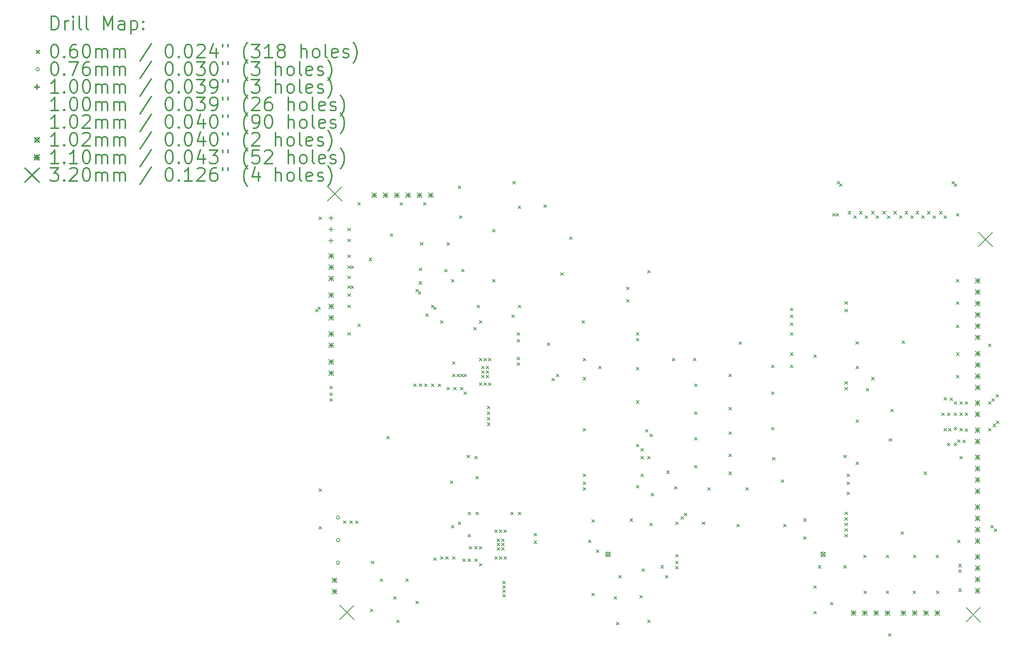
<source format=gbr>
%FSLAX45Y45*%
G04 Gerber Fmt 4.5, Leading zero omitted, Abs format (unit mm)*
G04 Created by KiCad (PCBNEW (2014-jul-16 BZR unknown)-product) date Fri 02 Oct 2015 04:50:48 PM CEST*
%MOMM*%
G01*
G04 APERTURE LIST*
%ADD10C,0.127000*%
%ADD11C,0.200000*%
%ADD12C,0.300000*%
G04 APERTURE END LIST*
D10*
D11*
X6195000Y-6745000D02*
X6255000Y-6805000D01*
X6255000Y-6745000D02*
X6195000Y-6805000D01*
X6245000Y-6695000D02*
X6305000Y-6755000D01*
X6305000Y-6695000D02*
X6245000Y-6755000D01*
X6270000Y-4670000D02*
X6330000Y-4730000D01*
X6330000Y-4670000D02*
X6270000Y-4730000D01*
X6270000Y-10770000D02*
X6330000Y-10830000D01*
X6330000Y-10770000D02*
X6270000Y-10830000D01*
X6270000Y-11620000D02*
X6330000Y-11680000D01*
X6330000Y-11620000D02*
X6270000Y-11680000D01*
X6520000Y-8470000D02*
X6580000Y-8530000D01*
X6580000Y-8470000D02*
X6520000Y-8530000D01*
X6520000Y-8620000D02*
X6580000Y-8680000D01*
X6580000Y-8620000D02*
X6520000Y-8680000D01*
X6520000Y-8745000D02*
X6580000Y-8805000D01*
X6580000Y-8745000D02*
X6520000Y-8805000D01*
X6820000Y-11495000D02*
X6880000Y-11555000D01*
X6880000Y-11495000D02*
X6820000Y-11555000D01*
X6920000Y-4920000D02*
X6980000Y-4980000D01*
X6980000Y-4920000D02*
X6920000Y-4980000D01*
X6920000Y-5170000D02*
X6980000Y-5230000D01*
X6980000Y-5170000D02*
X6920000Y-5230000D01*
X6920000Y-5520000D02*
X6980000Y-5580000D01*
X6980000Y-5520000D02*
X6920000Y-5580000D01*
X6920000Y-5770000D02*
X6980000Y-5830000D01*
X6980000Y-5770000D02*
X6920000Y-5830000D01*
X6920000Y-5995000D02*
X6980000Y-6055000D01*
X6980000Y-5995000D02*
X6920000Y-6055000D01*
X6920000Y-6220000D02*
X6980000Y-6280000D01*
X6980000Y-6220000D02*
X6920000Y-6280000D01*
X6920000Y-6395000D02*
X6980000Y-6455000D01*
X6980000Y-6395000D02*
X6920000Y-6455000D01*
X6920000Y-6645000D02*
X6980000Y-6705000D01*
X6980000Y-6645000D02*
X6920000Y-6705000D01*
X6920000Y-7270000D02*
X6980000Y-7330000D01*
X6980000Y-7270000D02*
X6920000Y-7330000D01*
X6970000Y-11495000D02*
X7030000Y-11555000D01*
X7030000Y-11495000D02*
X6970000Y-11555000D01*
X6995000Y-5770000D02*
X7055000Y-5830000D01*
X7055000Y-5770000D02*
X6995000Y-5830000D01*
X6995000Y-6220000D02*
X7055000Y-6280000D01*
X7055000Y-6220000D02*
X6995000Y-6280000D01*
X7095000Y-11495000D02*
X7155000Y-11555000D01*
X7155000Y-11495000D02*
X7095000Y-11555000D01*
X7145000Y-4345000D02*
X7205000Y-4405000D01*
X7205000Y-4345000D02*
X7145000Y-4405000D01*
X7145000Y-7070000D02*
X7205000Y-7130000D01*
X7205000Y-7070000D02*
X7145000Y-7130000D01*
X7395000Y-5595000D02*
X7455000Y-5655000D01*
X7455000Y-5595000D02*
X7395000Y-5655000D01*
X7420000Y-13470000D02*
X7480000Y-13530000D01*
X7480000Y-13470000D02*
X7420000Y-13530000D01*
X7445000Y-12395000D02*
X7505000Y-12455000D01*
X7505000Y-12395000D02*
X7445000Y-12455000D01*
X7645000Y-12795000D02*
X7705000Y-12855000D01*
X7705000Y-12795000D02*
X7645000Y-12855000D01*
X7795000Y-9595000D02*
X7855000Y-9655000D01*
X7855000Y-9595000D02*
X7795000Y-9655000D01*
X7870000Y-5045000D02*
X7930000Y-5105000D01*
X7930000Y-5045000D02*
X7870000Y-5105000D01*
X7945000Y-13195000D02*
X8005000Y-13255000D01*
X8005000Y-13195000D02*
X7945000Y-13255000D01*
X8020000Y-13720000D02*
X8080000Y-13780000D01*
X8080000Y-13720000D02*
X8020000Y-13780000D01*
X8095000Y-4345000D02*
X8155000Y-4405000D01*
X8155000Y-4345000D02*
X8095000Y-4405000D01*
X8220000Y-12795000D02*
X8280000Y-12855000D01*
X8280000Y-12795000D02*
X8220000Y-12855000D01*
X8395000Y-8420000D02*
X8455000Y-8480000D01*
X8455000Y-8420000D02*
X8395000Y-8480000D01*
X8445000Y-6295000D02*
X8505000Y-6355000D01*
X8505000Y-6295000D02*
X8445000Y-6355000D01*
X8445000Y-13295000D02*
X8505000Y-13355000D01*
X8505000Y-13295000D02*
X8445000Y-13355000D01*
X8495000Y-6345000D02*
X8555000Y-6405000D01*
X8555000Y-6345000D02*
X8495000Y-6405000D01*
X8520000Y-5820000D02*
X8580000Y-5880000D01*
X8580000Y-5820000D02*
X8520000Y-5880000D01*
X8520000Y-6120000D02*
X8580000Y-6180000D01*
X8580000Y-6120000D02*
X8520000Y-6180000D01*
X8520000Y-8420000D02*
X8580000Y-8480000D01*
X8580000Y-8420000D02*
X8520000Y-8480000D01*
X8545000Y-5245000D02*
X8605000Y-5305000D01*
X8605000Y-5245000D02*
X8545000Y-5305000D01*
X8620000Y-4345000D02*
X8680000Y-4405000D01*
X8680000Y-4345000D02*
X8620000Y-4405000D01*
X8645000Y-8420000D02*
X8705000Y-8480000D01*
X8705000Y-8420000D02*
X8645000Y-8480000D01*
X8670000Y-6845000D02*
X8730000Y-6905000D01*
X8730000Y-6845000D02*
X8670000Y-6905000D01*
X8795000Y-6645000D02*
X8855000Y-6705000D01*
X8855000Y-6645000D02*
X8795000Y-6705000D01*
X8795000Y-8420000D02*
X8855000Y-8480000D01*
X8855000Y-8420000D02*
X8795000Y-8480000D01*
X8845000Y-6695000D02*
X8905000Y-6755000D01*
X8905000Y-6695000D02*
X8845000Y-6755000D01*
X8845000Y-12320000D02*
X8905000Y-12380000D01*
X8905000Y-12320000D02*
X8845000Y-12380000D01*
X8945000Y-8420000D02*
X9005000Y-8480000D01*
X9005000Y-8420000D02*
X8945000Y-8480000D01*
X8995000Y-6995000D02*
X9055000Y-7055000D01*
X9055000Y-6995000D02*
X8995000Y-7055000D01*
X8995000Y-12295000D02*
X9055000Y-12355000D01*
X9055000Y-12295000D02*
X8995000Y-12355000D01*
X9095000Y-5845000D02*
X9155000Y-5905000D01*
X9155000Y-5845000D02*
X9095000Y-5905000D01*
X9120000Y-12295000D02*
X9180000Y-12355000D01*
X9180000Y-12295000D02*
X9120000Y-12355000D01*
X9145000Y-5245000D02*
X9205000Y-5305000D01*
X9205000Y-5245000D02*
X9145000Y-5305000D01*
X9145000Y-8495000D02*
X9205000Y-8555000D01*
X9205000Y-8495000D02*
X9145000Y-8555000D01*
X9220000Y-10595000D02*
X9280000Y-10655000D01*
X9280000Y-10595000D02*
X9220000Y-10655000D01*
X9245000Y-6070000D02*
X9305000Y-6130000D01*
X9305000Y-6070000D02*
X9245000Y-6130000D01*
X9245000Y-11595000D02*
X9305000Y-11655000D01*
X9305000Y-11595000D02*
X9245000Y-11655000D01*
X9270000Y-7920000D02*
X9330000Y-7980000D01*
X9330000Y-7920000D02*
X9270000Y-7980000D01*
X9270000Y-8195000D02*
X9330000Y-8255000D01*
X9330000Y-8195000D02*
X9270000Y-8255000D01*
X9270000Y-12295000D02*
X9330000Y-12355000D01*
X9330000Y-12295000D02*
X9270000Y-12355000D01*
X9295000Y-8495000D02*
X9355000Y-8555000D01*
X9355000Y-8495000D02*
X9295000Y-8555000D01*
X9370000Y-8195000D02*
X9430000Y-8255000D01*
X9430000Y-8195000D02*
X9370000Y-8255000D01*
X9395000Y-3970000D02*
X9455000Y-4030000D01*
X9455000Y-3970000D02*
X9395000Y-4030000D01*
X9395000Y-11520000D02*
X9455000Y-11580000D01*
X9455000Y-11520000D02*
X9395000Y-11580000D01*
X9420000Y-4645000D02*
X9480000Y-4705000D01*
X9480000Y-4645000D02*
X9420000Y-4705000D01*
X9445000Y-8195000D02*
X9505000Y-8255000D01*
X9505000Y-8195000D02*
X9445000Y-8255000D01*
X9445000Y-8495000D02*
X9505000Y-8555000D01*
X9505000Y-8495000D02*
X9445000Y-8555000D01*
X9470000Y-5845000D02*
X9530000Y-5905000D01*
X9530000Y-5845000D02*
X9470000Y-5905000D01*
X9495000Y-12345000D02*
X9555000Y-12405000D01*
X9555000Y-12345000D02*
X9495000Y-12405000D01*
X9520000Y-8195000D02*
X9580000Y-8255000D01*
X9580000Y-8195000D02*
X9520000Y-8255000D01*
X9520000Y-8595000D02*
X9580000Y-8655000D01*
X9580000Y-8595000D02*
X9520000Y-8655000D01*
X9595000Y-10020000D02*
X9655000Y-10080000D01*
X9655000Y-10020000D02*
X9595000Y-10080000D01*
X9620000Y-11295000D02*
X9680000Y-11355000D01*
X9680000Y-11295000D02*
X9620000Y-11355000D01*
X9620000Y-11795000D02*
X9680000Y-11855000D01*
X9680000Y-11795000D02*
X9620000Y-11855000D01*
X9620000Y-12345000D02*
X9680000Y-12405000D01*
X9680000Y-12345000D02*
X9620000Y-12405000D01*
X9645000Y-12070000D02*
X9705000Y-12130000D01*
X9705000Y-12070000D02*
X9645000Y-12130000D01*
X9745000Y-7145000D02*
X9805000Y-7205000D01*
X9805000Y-7145000D02*
X9745000Y-7205000D01*
X9770000Y-10045000D02*
X9830000Y-10105000D01*
X9830000Y-10045000D02*
X9770000Y-10105000D01*
X9770000Y-12070000D02*
X9830000Y-12130000D01*
X9830000Y-12070000D02*
X9770000Y-12130000D01*
X9770000Y-12345000D02*
X9830000Y-12405000D01*
X9830000Y-12345000D02*
X9770000Y-12405000D01*
X9795000Y-10495000D02*
X9855000Y-10555000D01*
X9855000Y-10495000D02*
X9795000Y-10555000D01*
X9795000Y-11295000D02*
X9855000Y-11355000D01*
X9855000Y-11295000D02*
X9795000Y-11355000D01*
X9820000Y-6645000D02*
X9880000Y-6705000D01*
X9880000Y-6645000D02*
X9820000Y-6705000D01*
X9870000Y-6995000D02*
X9930000Y-7055000D01*
X9930000Y-6995000D02*
X9870000Y-7055000D01*
X9870000Y-7845000D02*
X9930000Y-7905000D01*
X9930000Y-7845000D02*
X9870000Y-7905000D01*
X9870000Y-8395000D02*
X9930000Y-8455000D01*
X9930000Y-8395000D02*
X9870000Y-8455000D01*
X9870000Y-12070000D02*
X9930000Y-12130000D01*
X9930000Y-12070000D02*
X9870000Y-12130000D01*
X9870000Y-12445000D02*
X9930000Y-12505000D01*
X9930000Y-12445000D02*
X9870000Y-12505000D01*
X9920000Y-8020000D02*
X9980000Y-8080000D01*
X9980000Y-8020000D02*
X9920000Y-8080000D01*
X9920000Y-8120000D02*
X9980000Y-8180000D01*
X9980000Y-8120000D02*
X9920000Y-8180000D01*
X9920000Y-8220000D02*
X9980000Y-8280000D01*
X9980000Y-8220000D02*
X9920000Y-8280000D01*
X9970000Y-7845000D02*
X10030000Y-7905000D01*
X10030000Y-7845000D02*
X9970000Y-7905000D01*
X9970000Y-8395000D02*
X10030000Y-8455000D01*
X10030000Y-8395000D02*
X9970000Y-8455000D01*
X10020000Y-8020000D02*
X10080000Y-8080000D01*
X10080000Y-8020000D02*
X10020000Y-8080000D01*
X10020000Y-8120000D02*
X10080000Y-8180000D01*
X10080000Y-8120000D02*
X10020000Y-8180000D01*
X10020000Y-8220000D02*
X10080000Y-8280000D01*
X10080000Y-8220000D02*
X10020000Y-8280000D01*
X10045000Y-8920000D02*
X10105000Y-8980000D01*
X10105000Y-8920000D02*
X10045000Y-8980000D01*
X10045000Y-9045000D02*
X10105000Y-9105000D01*
X10105000Y-9045000D02*
X10045000Y-9105000D01*
X10045000Y-9170000D02*
X10105000Y-9230000D01*
X10105000Y-9170000D02*
X10045000Y-9230000D01*
X10045000Y-9295000D02*
X10105000Y-9355000D01*
X10105000Y-9295000D02*
X10045000Y-9355000D01*
X10070000Y-7845000D02*
X10130000Y-7905000D01*
X10130000Y-7845000D02*
X10070000Y-7905000D01*
X10070000Y-8395000D02*
X10130000Y-8455000D01*
X10130000Y-8395000D02*
X10070000Y-8455000D01*
X10170000Y-4945000D02*
X10230000Y-5005000D01*
X10230000Y-4945000D02*
X10170000Y-5005000D01*
X10170000Y-6070000D02*
X10230000Y-6130000D01*
X10230000Y-6070000D02*
X10170000Y-6130000D01*
X10220000Y-11695000D02*
X10280000Y-11755000D01*
X10280000Y-11695000D02*
X10220000Y-11755000D01*
X10220000Y-12295000D02*
X10280000Y-12355000D01*
X10280000Y-12295000D02*
X10220000Y-12355000D01*
X10270000Y-11895000D02*
X10330000Y-11955000D01*
X10330000Y-11895000D02*
X10270000Y-11955000D01*
X10270000Y-11995000D02*
X10330000Y-12055000D01*
X10330000Y-11995000D02*
X10270000Y-12055000D01*
X10270000Y-12095000D02*
X10330000Y-12155000D01*
X10330000Y-12095000D02*
X10270000Y-12155000D01*
X10320000Y-11695000D02*
X10380000Y-11755000D01*
X10380000Y-11695000D02*
X10320000Y-11755000D01*
X10320000Y-12295000D02*
X10380000Y-12355000D01*
X10380000Y-12295000D02*
X10320000Y-12355000D01*
X10370000Y-11895000D02*
X10430000Y-11955000D01*
X10430000Y-11895000D02*
X10370000Y-11955000D01*
X10370000Y-11995000D02*
X10430000Y-12055000D01*
X10430000Y-11995000D02*
X10370000Y-12055000D01*
X10370000Y-12095000D02*
X10430000Y-12155000D01*
X10430000Y-12095000D02*
X10370000Y-12155000D01*
X10395000Y-12845000D02*
X10455000Y-12905000D01*
X10455000Y-12845000D02*
X10395000Y-12905000D01*
X10395000Y-12945000D02*
X10455000Y-13005000D01*
X10455000Y-12945000D02*
X10395000Y-13005000D01*
X10395000Y-13045000D02*
X10455000Y-13105000D01*
X10455000Y-13045000D02*
X10395000Y-13105000D01*
X10395000Y-13145000D02*
X10455000Y-13205000D01*
X10455000Y-13145000D02*
X10395000Y-13205000D01*
X10420000Y-11695000D02*
X10480000Y-11755000D01*
X10480000Y-11695000D02*
X10420000Y-11755000D01*
X10420000Y-12295000D02*
X10480000Y-12355000D01*
X10480000Y-12295000D02*
X10420000Y-12355000D01*
X10570000Y-11295000D02*
X10630000Y-11355000D01*
X10630000Y-11295000D02*
X10570000Y-11355000D01*
X10595000Y-6870000D02*
X10655000Y-6930000D01*
X10655000Y-6870000D02*
X10595000Y-6930000D01*
X10620000Y-3870000D02*
X10680000Y-3930000D01*
X10680000Y-3870000D02*
X10620000Y-3930000D01*
X10720000Y-7270000D02*
X10780000Y-7330000D01*
X10780000Y-7270000D02*
X10720000Y-7330000D01*
X10720000Y-7420000D02*
X10780000Y-7480000D01*
X10780000Y-7420000D02*
X10720000Y-7480000D01*
X10720000Y-7820000D02*
X10780000Y-7880000D01*
X10780000Y-7820000D02*
X10720000Y-7880000D01*
X10720000Y-7945000D02*
X10780000Y-8005000D01*
X10780000Y-7945000D02*
X10720000Y-8005000D01*
X10745000Y-4420000D02*
X10805000Y-4480000D01*
X10805000Y-4420000D02*
X10745000Y-4480000D01*
X10745000Y-6645000D02*
X10805000Y-6705000D01*
X10805000Y-6645000D02*
X10745000Y-6705000D01*
X10745000Y-11295000D02*
X10805000Y-11355000D01*
X10805000Y-11295000D02*
X10745000Y-11355000D01*
X11095000Y-11770000D02*
X11155000Y-11830000D01*
X11155000Y-11770000D02*
X11095000Y-11830000D01*
X11095000Y-11945000D02*
X11155000Y-12005000D01*
X11155000Y-11945000D02*
X11095000Y-12005000D01*
X11320000Y-4395000D02*
X11380000Y-4455000D01*
X11380000Y-4395000D02*
X11320000Y-4455000D01*
X11395000Y-7495000D02*
X11455000Y-7555000D01*
X11455000Y-7495000D02*
X11395000Y-7555000D01*
X11495000Y-8295000D02*
X11555000Y-8355000D01*
X11555000Y-8295000D02*
X11495000Y-8355000D01*
X11595000Y-8195000D02*
X11655000Y-8255000D01*
X11655000Y-8195000D02*
X11595000Y-8255000D01*
X11695000Y-5920000D02*
X11755000Y-5980000D01*
X11755000Y-5920000D02*
X11695000Y-5980000D01*
X11895000Y-5120000D02*
X11955000Y-5180000D01*
X11955000Y-5120000D02*
X11895000Y-5180000D01*
X12170000Y-6995000D02*
X12230000Y-7055000D01*
X12230000Y-6995000D02*
X12170000Y-7055000D01*
X12195000Y-7845000D02*
X12255000Y-7905000D01*
X12255000Y-7845000D02*
X12195000Y-7905000D01*
X12195000Y-8270000D02*
X12255000Y-8330000D01*
X12255000Y-8270000D02*
X12195000Y-8330000D01*
X12195000Y-9420000D02*
X12255000Y-9480000D01*
X12255000Y-9420000D02*
X12195000Y-9480000D01*
X12195000Y-10445000D02*
X12255000Y-10505000D01*
X12255000Y-10445000D02*
X12195000Y-10505000D01*
X12195000Y-10620000D02*
X12255000Y-10680000D01*
X12255000Y-10620000D02*
X12195000Y-10680000D01*
X12195000Y-10745000D02*
X12255000Y-10805000D01*
X12255000Y-10745000D02*
X12195000Y-10805000D01*
X12320000Y-11920000D02*
X12380000Y-11980000D01*
X12380000Y-11920000D02*
X12320000Y-11980000D01*
X12395000Y-11470000D02*
X12455000Y-11530000D01*
X12455000Y-11470000D02*
X12395000Y-11530000D01*
X12395000Y-13120000D02*
X12455000Y-13180000D01*
X12455000Y-13120000D02*
X12395000Y-13180000D01*
X12495000Y-12145000D02*
X12555000Y-12205000D01*
X12555000Y-12145000D02*
X12495000Y-12205000D01*
X12545000Y-8020000D02*
X12605000Y-8080000D01*
X12605000Y-8020000D02*
X12545000Y-8080000D01*
X12895000Y-13195000D02*
X12955000Y-13255000D01*
X12955000Y-13195000D02*
X12895000Y-13255000D01*
X12945000Y-13770000D02*
X13005000Y-13830000D01*
X13005000Y-13770000D02*
X12945000Y-13830000D01*
X12995000Y-12720000D02*
X13055000Y-12780000D01*
X13055000Y-12720000D02*
X12995000Y-12780000D01*
X13170000Y-6245000D02*
X13230000Y-6305000D01*
X13230000Y-6245000D02*
X13170000Y-6305000D01*
X13170000Y-6520000D02*
X13230000Y-6580000D01*
X13230000Y-6520000D02*
X13170000Y-6580000D01*
X13245000Y-11445000D02*
X13305000Y-11505000D01*
X13305000Y-11445000D02*
X13245000Y-11505000D01*
X13395000Y-7270000D02*
X13455000Y-7330000D01*
X13455000Y-7270000D02*
X13395000Y-7330000D01*
X13395000Y-7395000D02*
X13455000Y-7455000D01*
X13455000Y-7395000D02*
X13395000Y-7455000D01*
X13395000Y-8045000D02*
X13455000Y-8105000D01*
X13455000Y-8045000D02*
X13395000Y-8105000D01*
X13395000Y-8795000D02*
X13455000Y-8855000D01*
X13455000Y-8795000D02*
X13395000Y-8855000D01*
X13395000Y-9770000D02*
X13455000Y-9830000D01*
X13455000Y-9770000D02*
X13395000Y-9830000D01*
X13395000Y-10695000D02*
X13455000Y-10755000D01*
X13455000Y-10695000D02*
X13395000Y-10755000D01*
X13470000Y-13170000D02*
X13530000Y-13230000D01*
X13530000Y-13170000D02*
X13470000Y-13230000D01*
X13495000Y-9870000D02*
X13555000Y-9930000D01*
X13555000Y-9870000D02*
X13495000Y-9930000D01*
X13495000Y-10045000D02*
X13555000Y-10105000D01*
X13555000Y-10045000D02*
X13495000Y-10105000D01*
X13495000Y-10445000D02*
X13555000Y-10505000D01*
X13555000Y-10445000D02*
X13495000Y-10505000D01*
X13520000Y-12570000D02*
X13580000Y-12630000D01*
X13580000Y-12570000D02*
X13520000Y-12630000D01*
X13595000Y-9445000D02*
X13655000Y-9505000D01*
X13655000Y-9445000D02*
X13595000Y-9505000D01*
X13645000Y-5870000D02*
X13705000Y-5930000D01*
X13705000Y-5870000D02*
X13645000Y-5930000D01*
X13645000Y-10045000D02*
X13705000Y-10105000D01*
X13705000Y-10045000D02*
X13645000Y-10105000D01*
X13645000Y-13720000D02*
X13705000Y-13780000D01*
X13705000Y-13720000D02*
X13645000Y-13780000D01*
X13695000Y-9545000D02*
X13755000Y-9605000D01*
X13755000Y-9545000D02*
X13695000Y-9605000D01*
X13695000Y-11545000D02*
X13755000Y-11605000D01*
X13755000Y-11545000D02*
X13695000Y-11605000D01*
X13720000Y-10870000D02*
X13780000Y-10930000D01*
X13780000Y-10870000D02*
X13720000Y-10930000D01*
X13945000Y-12495000D02*
X14005000Y-12555000D01*
X14005000Y-12495000D02*
X13945000Y-12555000D01*
X14045000Y-12720000D02*
X14105000Y-12780000D01*
X14105000Y-12720000D02*
X14045000Y-12780000D01*
X14070000Y-10370000D02*
X14130000Y-10430000D01*
X14130000Y-10370000D02*
X14070000Y-10430000D01*
X14195000Y-7845000D02*
X14255000Y-7905000D01*
X14255000Y-7845000D02*
X14195000Y-7905000D01*
X14245000Y-10720000D02*
X14305000Y-10780000D01*
X14305000Y-10720000D02*
X14245000Y-10780000D01*
X14270000Y-11520000D02*
X14330000Y-11580000D01*
X14330000Y-11520000D02*
X14270000Y-11580000D01*
X14270000Y-12245000D02*
X14330000Y-12305000D01*
X14330000Y-12245000D02*
X14270000Y-12305000D01*
X14270000Y-12395000D02*
X14330000Y-12455000D01*
X14330000Y-12395000D02*
X14270000Y-12455000D01*
X14270000Y-12520000D02*
X14330000Y-12580000D01*
X14330000Y-12520000D02*
X14270000Y-12580000D01*
X14395000Y-11395000D02*
X14455000Y-11455000D01*
X14455000Y-11395000D02*
X14395000Y-11455000D01*
X14470000Y-11320000D02*
X14530000Y-11380000D01*
X14530000Y-11320000D02*
X14470000Y-11380000D01*
X14670000Y-7845000D02*
X14730000Y-7905000D01*
X14730000Y-7845000D02*
X14670000Y-7905000D01*
X14695000Y-8420000D02*
X14755000Y-8480000D01*
X14755000Y-8420000D02*
X14695000Y-8480000D01*
X14695000Y-9045000D02*
X14755000Y-9105000D01*
X14755000Y-9045000D02*
X14695000Y-9105000D01*
X14695000Y-9620000D02*
X14755000Y-9680000D01*
X14755000Y-9620000D02*
X14695000Y-9680000D01*
X14695000Y-10245000D02*
X14755000Y-10305000D01*
X14755000Y-10245000D02*
X14695000Y-10305000D01*
X14870000Y-11520000D02*
X14930000Y-11580000D01*
X14930000Y-11520000D02*
X14870000Y-11580000D01*
X14995000Y-10745000D02*
X15055000Y-10805000D01*
X15055000Y-10745000D02*
X14995000Y-10805000D01*
X15470000Y-8195000D02*
X15530000Y-8255000D01*
X15530000Y-8195000D02*
X15470000Y-8255000D01*
X15470000Y-8945000D02*
X15530000Y-9005000D01*
X15530000Y-8945000D02*
X15470000Y-9005000D01*
X15470000Y-9495000D02*
X15530000Y-9555000D01*
X15530000Y-9495000D02*
X15470000Y-9555000D01*
X15470000Y-9995000D02*
X15530000Y-10055000D01*
X15530000Y-9995000D02*
X15470000Y-10055000D01*
X15470000Y-10395000D02*
X15530000Y-10455000D01*
X15530000Y-10395000D02*
X15470000Y-10455000D01*
X15645000Y-11570000D02*
X15705000Y-11630000D01*
X15705000Y-11570000D02*
X15645000Y-11630000D01*
X15695000Y-7470000D02*
X15755000Y-7530000D01*
X15755000Y-7470000D02*
X15695000Y-7530000D01*
X15845000Y-10745000D02*
X15905000Y-10805000D01*
X15905000Y-10745000D02*
X15845000Y-10805000D01*
X16420000Y-7995000D02*
X16480000Y-8055000D01*
X16480000Y-7995000D02*
X16420000Y-8055000D01*
X16420000Y-8595000D02*
X16480000Y-8655000D01*
X16480000Y-8595000D02*
X16420000Y-8655000D01*
X16420000Y-9395000D02*
X16480000Y-9455000D01*
X16480000Y-9395000D02*
X16420000Y-9455000D01*
X16445000Y-10070000D02*
X16505000Y-10130000D01*
X16505000Y-10070000D02*
X16445000Y-10130000D01*
X16645000Y-10570000D02*
X16705000Y-10630000D01*
X16705000Y-10570000D02*
X16645000Y-10630000D01*
X16695000Y-11570000D02*
X16755000Y-11630000D01*
X16755000Y-11570000D02*
X16695000Y-11630000D01*
X16845000Y-6720000D02*
X16905000Y-6780000D01*
X16905000Y-6720000D02*
X16845000Y-6780000D01*
X16845000Y-6870000D02*
X16905000Y-6930000D01*
X16905000Y-6870000D02*
X16845000Y-6930000D01*
X16845000Y-7045000D02*
X16905000Y-7105000D01*
X16905000Y-7045000D02*
X16845000Y-7105000D01*
X16845000Y-7270000D02*
X16905000Y-7330000D01*
X16905000Y-7270000D02*
X16845000Y-7330000D01*
X16845000Y-7720000D02*
X16905000Y-7780000D01*
X16905000Y-7720000D02*
X16845000Y-7780000D01*
X16845000Y-7995000D02*
X16905000Y-8055000D01*
X16905000Y-7995000D02*
X16845000Y-8055000D01*
X17145000Y-11445000D02*
X17205000Y-11505000D01*
X17205000Y-11445000D02*
X17145000Y-11505000D01*
X17145000Y-11845000D02*
X17205000Y-11905000D01*
X17205000Y-11845000D02*
X17145000Y-11905000D01*
X17370000Y-7770000D02*
X17430000Y-7830000D01*
X17430000Y-7770000D02*
X17370000Y-7830000D01*
X17370000Y-12945000D02*
X17430000Y-13005000D01*
X17430000Y-12945000D02*
X17370000Y-13005000D01*
X17370000Y-13520000D02*
X17430000Y-13580000D01*
X17430000Y-13520000D02*
X17370000Y-13580000D01*
X17470000Y-12495000D02*
X17530000Y-12555000D01*
X17530000Y-12495000D02*
X17470000Y-12555000D01*
X17745000Y-13320000D02*
X17805000Y-13380000D01*
X17805000Y-13320000D02*
X17745000Y-13380000D01*
X17795000Y-4595000D02*
X17855000Y-4655000D01*
X17855000Y-4595000D02*
X17795000Y-4655000D01*
X17870000Y-4595000D02*
X17930000Y-4655000D01*
X17930000Y-4595000D02*
X17870000Y-4655000D01*
X17895000Y-3870000D02*
X17955000Y-3930000D01*
X17955000Y-3870000D02*
X17895000Y-3930000D01*
X17945000Y-3920000D02*
X18005000Y-3980000D01*
X18005000Y-3920000D02*
X17945000Y-3980000D01*
X18045000Y-10020000D02*
X18105000Y-10080000D01*
X18105000Y-10020000D02*
X18045000Y-10080000D01*
X18045000Y-12495000D02*
X18105000Y-12555000D01*
X18105000Y-12495000D02*
X18045000Y-12555000D01*
X18070000Y-6570000D02*
X18130000Y-6630000D01*
X18130000Y-6570000D02*
X18070000Y-6630000D01*
X18070000Y-6745000D02*
X18130000Y-6805000D01*
X18130000Y-6745000D02*
X18070000Y-6805000D01*
X18070000Y-8370000D02*
X18130000Y-8430000D01*
X18130000Y-8370000D02*
X18070000Y-8430000D01*
X18070000Y-8495000D02*
X18130000Y-8555000D01*
X18130000Y-8495000D02*
X18070000Y-8555000D01*
X18070000Y-11295000D02*
X18130000Y-11355000D01*
X18130000Y-11295000D02*
X18070000Y-11355000D01*
X18070000Y-11420000D02*
X18130000Y-11480000D01*
X18130000Y-11420000D02*
X18070000Y-11480000D01*
X18070000Y-11545000D02*
X18130000Y-11605000D01*
X18130000Y-11545000D02*
X18070000Y-11605000D01*
X18070000Y-11670000D02*
X18130000Y-11730000D01*
X18130000Y-11670000D02*
X18070000Y-11730000D01*
X18070000Y-11795000D02*
X18130000Y-11855000D01*
X18130000Y-11795000D02*
X18070000Y-11855000D01*
X18120000Y-10445000D02*
X18180000Y-10505000D01*
X18180000Y-10445000D02*
X18120000Y-10505000D01*
X18120000Y-10620000D02*
X18180000Y-10680000D01*
X18180000Y-10620000D02*
X18120000Y-10680000D01*
X18120000Y-10845000D02*
X18180000Y-10905000D01*
X18180000Y-10845000D02*
X18120000Y-10905000D01*
X18145000Y-4545000D02*
X18205000Y-4605000D01*
X18205000Y-4545000D02*
X18145000Y-4605000D01*
X18270000Y-4645000D02*
X18330000Y-4705000D01*
X18330000Y-4645000D02*
X18270000Y-4705000D01*
X18316000Y-7470300D02*
X18376000Y-7530300D01*
X18376000Y-7470300D02*
X18316000Y-7530300D01*
X18320000Y-8020000D02*
X18380000Y-8080000D01*
X18380000Y-8020000D02*
X18320000Y-8080000D01*
X18320000Y-9220000D02*
X18380000Y-9280000D01*
X18380000Y-9220000D02*
X18320000Y-9280000D01*
X18320000Y-10170000D02*
X18380000Y-10230000D01*
X18380000Y-10170000D02*
X18320000Y-10230000D01*
X18395000Y-4545000D02*
X18455000Y-4605000D01*
X18455000Y-4545000D02*
X18395000Y-4605000D01*
X18489300Y-12260700D02*
X18549300Y-12320700D01*
X18549300Y-12260700D02*
X18489300Y-12320700D01*
X18495000Y-13070000D02*
X18555000Y-13130000D01*
X18555000Y-13070000D02*
X18495000Y-13130000D01*
X18520000Y-4645000D02*
X18580000Y-4705000D01*
X18580000Y-4645000D02*
X18520000Y-4705000D01*
X18545000Y-8520000D02*
X18605000Y-8580000D01*
X18605000Y-8520000D02*
X18545000Y-8580000D01*
X18670000Y-4545000D02*
X18730000Y-4605000D01*
X18730000Y-4545000D02*
X18670000Y-4605000D01*
X18670000Y-8270000D02*
X18730000Y-8330000D01*
X18730000Y-8270000D02*
X18670000Y-8330000D01*
X18770000Y-4645000D02*
X18830000Y-4705000D01*
X18830000Y-4645000D02*
X18770000Y-4705000D01*
X18920000Y-4545000D02*
X18980000Y-4605000D01*
X18980000Y-4545000D02*
X18920000Y-4605000D01*
X18995000Y-13070000D02*
X19055000Y-13130000D01*
X19055000Y-13070000D02*
X18995000Y-13130000D01*
X18997300Y-12260700D02*
X19057300Y-12320700D01*
X19057300Y-12260700D02*
X18997300Y-12320700D01*
X19020000Y-4645000D02*
X19080000Y-4705000D01*
X19080000Y-4645000D02*
X19020000Y-4705000D01*
X19045000Y-14020000D02*
X19105000Y-14080000D01*
X19105000Y-14020000D02*
X19045000Y-14080000D01*
X19060800Y-9644500D02*
X19120800Y-9704500D01*
X19120800Y-9644500D02*
X19060800Y-9704500D01*
X19098900Y-8984100D02*
X19158900Y-9044100D01*
X19158900Y-8984100D02*
X19098900Y-9044100D01*
X19170000Y-4545000D02*
X19230000Y-4605000D01*
X19230000Y-4545000D02*
X19170000Y-4605000D01*
X19295000Y-4645000D02*
X19355000Y-4705000D01*
X19355000Y-4645000D02*
X19295000Y-4705000D01*
X19327500Y-11740000D02*
X19387500Y-11800000D01*
X19387500Y-11740000D02*
X19327500Y-11800000D01*
X19353500Y-7455900D02*
X19413500Y-7515900D01*
X19413500Y-7455900D02*
X19353500Y-7515900D01*
X19420000Y-4545000D02*
X19480000Y-4605000D01*
X19480000Y-4545000D02*
X19420000Y-4605000D01*
X19545000Y-4645000D02*
X19605000Y-4705000D01*
X19605000Y-4645000D02*
X19545000Y-4705000D01*
X19595000Y-13070000D02*
X19655000Y-13130000D01*
X19655000Y-13070000D02*
X19595000Y-13130000D01*
X19606900Y-12260700D02*
X19666900Y-12320700D01*
X19666900Y-12260700D02*
X19606900Y-12320700D01*
X19670000Y-4545000D02*
X19730000Y-4605000D01*
X19730000Y-4545000D02*
X19670000Y-4605000D01*
X19795000Y-4645000D02*
X19855000Y-4705000D01*
X19855000Y-4645000D02*
X19795000Y-4705000D01*
X19845000Y-10395000D02*
X19905000Y-10455000D01*
X19905000Y-10395000D02*
X19845000Y-10455000D01*
X19920000Y-4545000D02*
X19980000Y-4605000D01*
X19980000Y-4545000D02*
X19920000Y-4605000D01*
X20045000Y-4645000D02*
X20105000Y-4705000D01*
X20105000Y-4645000D02*
X20045000Y-4705000D01*
X20114900Y-12260700D02*
X20174900Y-12320700D01*
X20174900Y-12260700D02*
X20114900Y-12320700D01*
X20120000Y-13070000D02*
X20180000Y-13130000D01*
X20180000Y-13070000D02*
X20120000Y-13130000D01*
X20195000Y-4545000D02*
X20255000Y-4605000D01*
X20255000Y-4545000D02*
X20195000Y-4605000D01*
X20245000Y-9070000D02*
X20305000Y-9130000D01*
X20305000Y-9070000D02*
X20245000Y-9130000D01*
X20295000Y-4645000D02*
X20355000Y-4705000D01*
X20355000Y-4645000D02*
X20295000Y-4705000D01*
X20295000Y-8720000D02*
X20355000Y-8780000D01*
X20355000Y-8720000D02*
X20295000Y-8780000D01*
X20295000Y-9415900D02*
X20355000Y-9475900D01*
X20355000Y-9415900D02*
X20295000Y-9475900D01*
X20370000Y-9070000D02*
X20430000Y-9130000D01*
X20430000Y-9070000D02*
X20370000Y-9130000D01*
X20370000Y-9745000D02*
X20430000Y-9805000D01*
X20430000Y-9745000D02*
X20370000Y-9805000D01*
X20395000Y-9420000D02*
X20455000Y-9480000D01*
X20455000Y-9420000D02*
X20395000Y-9480000D01*
X20430100Y-8730100D02*
X20490100Y-8790100D01*
X20490100Y-8730100D02*
X20430100Y-8790100D01*
X20470000Y-3870000D02*
X20530000Y-3930000D01*
X20530000Y-3870000D02*
X20470000Y-3930000D01*
X20520000Y-3920000D02*
X20580000Y-3980000D01*
X20580000Y-3920000D02*
X20520000Y-3980000D01*
X20520000Y-8820000D02*
X20580000Y-8880000D01*
X20580000Y-8820000D02*
X20520000Y-8880000D01*
X20520000Y-9070000D02*
X20580000Y-9130000D01*
X20580000Y-9070000D02*
X20520000Y-9130000D01*
X20520000Y-9395000D02*
X20580000Y-9455000D01*
X20580000Y-9395000D02*
X20520000Y-9455000D01*
X20520000Y-9745000D02*
X20580000Y-9805000D01*
X20580000Y-9745000D02*
X20520000Y-9805000D01*
X20570000Y-4595000D02*
X20630000Y-4655000D01*
X20630000Y-4595000D02*
X20570000Y-4655000D01*
X20570000Y-6070000D02*
X20630000Y-6130000D01*
X20630000Y-6070000D02*
X20570000Y-6130000D01*
X20570000Y-6570000D02*
X20630000Y-6630000D01*
X20630000Y-6570000D02*
X20570000Y-6630000D01*
X20570000Y-7095000D02*
X20630000Y-7155000D01*
X20630000Y-7095000D02*
X20570000Y-7155000D01*
X20570000Y-7720000D02*
X20630000Y-7780000D01*
X20630000Y-7720000D02*
X20570000Y-7780000D01*
X20570000Y-8220000D02*
X20630000Y-8280000D01*
X20630000Y-8220000D02*
X20570000Y-8280000D01*
X20595000Y-9670000D02*
X20655000Y-9730000D01*
X20655000Y-9670000D02*
X20595000Y-9730000D01*
X20595000Y-11920000D02*
X20655000Y-11980000D01*
X20655000Y-11920000D02*
X20595000Y-11980000D01*
X20620000Y-12470000D02*
X20680000Y-12530000D01*
X20680000Y-12470000D02*
X20620000Y-12530000D01*
X20620000Y-12595000D02*
X20680000Y-12655000D01*
X20680000Y-12595000D02*
X20620000Y-12655000D01*
X20620000Y-13020000D02*
X20680000Y-13080000D01*
X20680000Y-13020000D02*
X20620000Y-13080000D01*
X20645000Y-8820000D02*
X20705000Y-8880000D01*
X20705000Y-8820000D02*
X20645000Y-8880000D01*
X20645000Y-9070000D02*
X20705000Y-9130000D01*
X20705000Y-9070000D02*
X20645000Y-9130000D01*
X20645000Y-9420000D02*
X20705000Y-9480000D01*
X20705000Y-9420000D02*
X20645000Y-9480000D01*
X20645000Y-10045000D02*
X20705000Y-10105000D01*
X20705000Y-10045000D02*
X20645000Y-10105000D01*
X20720000Y-9682600D02*
X20780000Y-9742600D01*
X20780000Y-9682600D02*
X20720000Y-9742600D01*
X20770000Y-8819000D02*
X20830000Y-8879000D01*
X20830000Y-8819000D02*
X20770000Y-8879000D01*
X20770000Y-9073000D02*
X20830000Y-9133000D01*
X20830000Y-9073000D02*
X20770000Y-9133000D01*
X20770000Y-9428600D02*
X20830000Y-9488600D01*
X20830000Y-9428600D02*
X20770000Y-9488600D01*
X21295000Y-7520000D02*
X21355000Y-7580000D01*
X21355000Y-7520000D02*
X21295000Y-7580000D01*
X21295000Y-8820000D02*
X21355000Y-8880000D01*
X21355000Y-8820000D02*
X21295000Y-8880000D01*
X21295000Y-9420000D02*
X21355000Y-9480000D01*
X21355000Y-9420000D02*
X21295000Y-9480000D01*
X21345000Y-11595000D02*
X21405000Y-11655000D01*
X21405000Y-11595000D02*
X21345000Y-11655000D01*
X21370000Y-8745000D02*
X21430000Y-8805000D01*
X21430000Y-8745000D02*
X21370000Y-8805000D01*
X21395000Y-9320000D02*
X21455000Y-9380000D01*
X21455000Y-9320000D02*
X21395000Y-9380000D01*
X21420000Y-11670000D02*
X21480000Y-11730000D01*
X21480000Y-11670000D02*
X21420000Y-11730000D01*
X21457500Y-8657500D02*
X21517500Y-8717500D01*
X21517500Y-8657500D02*
X21457500Y-8717500D01*
X21470000Y-9245000D02*
X21530000Y-9305000D01*
X21530000Y-9245000D02*
X21470000Y-9305000D01*
X6738100Y-11417000D02*
G75*
G03X6738100Y-11417000I-38100J0D01*
G74*
G01*
X6738100Y-11925000D02*
G75*
G03X6738100Y-11925000I-38100J0D01*
G74*
G01*
X6738100Y-12433000D02*
G75*
G03X6738100Y-12433000I-38100J0D01*
G74*
G01*
X6546500Y-4642089D02*
X6546500Y-4741911D01*
X6496589Y-4692000D02*
X6596411Y-4692000D01*
X6546500Y-4896089D02*
X6546500Y-4995911D01*
X6496589Y-4946000D02*
X6596411Y-4946000D01*
X6546500Y-5150089D02*
X6546500Y-5249911D01*
X6496589Y-5200000D02*
X6596411Y-5200000D01*
X12705040Y-12193980D02*
X12807040Y-12295980D01*
X12807040Y-12193980D02*
X12705040Y-12295980D01*
X12807040Y-12244980D02*
G75*
G03X12807040Y-12244980I-51000J0D01*
G74*
G01*
X17531040Y-12193980D02*
X17633040Y-12295980D01*
X17633040Y-12193980D02*
X17531040Y-12295980D01*
X17633040Y-12244980D02*
G75*
G03X17633040Y-12244980I-51000J0D01*
G74*
G01*
X6495136Y-5491136D02*
X6604864Y-5600864D01*
X6604864Y-5491136D02*
X6495136Y-5600864D01*
X6550000Y-5491136D02*
X6550000Y-5600864D01*
X6495136Y-5546000D02*
X6604864Y-5546000D01*
X6495136Y-5745136D02*
X6604864Y-5854864D01*
X6604864Y-5745136D02*
X6495136Y-5854864D01*
X6550000Y-5745136D02*
X6550000Y-5854864D01*
X6495136Y-5800000D02*
X6604864Y-5800000D01*
X6495136Y-5999136D02*
X6604864Y-6108864D01*
X6604864Y-5999136D02*
X6495136Y-6108864D01*
X6550000Y-5999136D02*
X6550000Y-6108864D01*
X6495136Y-6054000D02*
X6604864Y-6054000D01*
X6495136Y-6366136D02*
X6604864Y-6475864D01*
X6604864Y-6366136D02*
X6495136Y-6475864D01*
X6550000Y-6366136D02*
X6550000Y-6475864D01*
X6495136Y-6421000D02*
X6604864Y-6421000D01*
X6495136Y-6620136D02*
X6604864Y-6729864D01*
X6604864Y-6620136D02*
X6495136Y-6729864D01*
X6550000Y-6620136D02*
X6550000Y-6729864D01*
X6495136Y-6675000D02*
X6604864Y-6675000D01*
X6495136Y-6874136D02*
X6604864Y-6983864D01*
X6604864Y-6874136D02*
X6495136Y-6983864D01*
X6550000Y-6874136D02*
X6550000Y-6983864D01*
X6495136Y-6929000D02*
X6604864Y-6929000D01*
X6495136Y-7243136D02*
X6604864Y-7352864D01*
X6604864Y-7243136D02*
X6495136Y-7352864D01*
X6550000Y-7243136D02*
X6550000Y-7352864D01*
X6495136Y-7298000D02*
X6604864Y-7298000D01*
X6495136Y-7497136D02*
X6604864Y-7606864D01*
X6604864Y-7497136D02*
X6495136Y-7606864D01*
X6550000Y-7497136D02*
X6550000Y-7606864D01*
X6495136Y-7552000D02*
X6604864Y-7552000D01*
X6495136Y-7868136D02*
X6604864Y-7977864D01*
X6604864Y-7868136D02*
X6495136Y-7977864D01*
X6550000Y-7868136D02*
X6550000Y-7977864D01*
X6495136Y-7923000D02*
X6604864Y-7923000D01*
X6495136Y-8122136D02*
X6604864Y-8231864D01*
X6604864Y-8122136D02*
X6495136Y-8231864D01*
X6550000Y-8122136D02*
X6550000Y-8231864D01*
X6495136Y-8177000D02*
X6604864Y-8177000D01*
X6570136Y-12768136D02*
X6679864Y-12877864D01*
X6679864Y-12768136D02*
X6570136Y-12877864D01*
X6625000Y-12768136D02*
X6625000Y-12877864D01*
X6570136Y-12823000D02*
X6679864Y-12823000D01*
X6570136Y-13022136D02*
X6679864Y-13131864D01*
X6679864Y-13022136D02*
X6570136Y-13131864D01*
X6625000Y-13022136D02*
X6625000Y-13131864D01*
X6570136Y-13077000D02*
X6679864Y-13077000D01*
X7458636Y-4129136D02*
X7568364Y-4238864D01*
X7568364Y-4129136D02*
X7458636Y-4238864D01*
X7513500Y-4129136D02*
X7513500Y-4238864D01*
X7458636Y-4184000D02*
X7568364Y-4184000D01*
X7712636Y-4129136D02*
X7822364Y-4238864D01*
X7822364Y-4129136D02*
X7712636Y-4238864D01*
X7767500Y-4129136D02*
X7767500Y-4238864D01*
X7712636Y-4184000D02*
X7822364Y-4184000D01*
X7966636Y-4129136D02*
X8076364Y-4238864D01*
X8076364Y-4129136D02*
X7966636Y-4238864D01*
X8021500Y-4129136D02*
X8021500Y-4238864D01*
X7966636Y-4184000D02*
X8076364Y-4184000D01*
X8220636Y-4129136D02*
X8330364Y-4238864D01*
X8330364Y-4129136D02*
X8220636Y-4238864D01*
X8275500Y-4129136D02*
X8275500Y-4238864D01*
X8220636Y-4184000D02*
X8330364Y-4184000D01*
X8474636Y-4129136D02*
X8584364Y-4238864D01*
X8584364Y-4129136D02*
X8474636Y-4238864D01*
X8529500Y-4129136D02*
X8529500Y-4238864D01*
X8474636Y-4184000D02*
X8584364Y-4184000D01*
X8728636Y-4129136D02*
X8838364Y-4238864D01*
X8838364Y-4129136D02*
X8728636Y-4238864D01*
X8783500Y-4129136D02*
X8783500Y-4238864D01*
X8728636Y-4184000D02*
X8838364Y-4184000D01*
X18210436Y-13505836D02*
X18320164Y-13615564D01*
X18320164Y-13505836D02*
X18210436Y-13615564D01*
X18265300Y-13505836D02*
X18265300Y-13615564D01*
X18210436Y-13560700D02*
X18320164Y-13560700D01*
X18464436Y-13505836D02*
X18574164Y-13615564D01*
X18574164Y-13505836D02*
X18464436Y-13615564D01*
X18519300Y-13505836D02*
X18519300Y-13615564D01*
X18464436Y-13560700D02*
X18574164Y-13560700D01*
X18718436Y-13505836D02*
X18828164Y-13615564D01*
X18828164Y-13505836D02*
X18718436Y-13615564D01*
X18773300Y-13505836D02*
X18773300Y-13615564D01*
X18718436Y-13560700D02*
X18828164Y-13560700D01*
X18972436Y-13505836D02*
X19082164Y-13615564D01*
X19082164Y-13505836D02*
X18972436Y-13615564D01*
X19027300Y-13505836D02*
X19027300Y-13615564D01*
X18972436Y-13560700D02*
X19082164Y-13560700D01*
X19328036Y-13505836D02*
X19437764Y-13615564D01*
X19437764Y-13505836D02*
X19328036Y-13615564D01*
X19382900Y-13505836D02*
X19382900Y-13615564D01*
X19328036Y-13560700D02*
X19437764Y-13560700D01*
X19582036Y-13505836D02*
X19691764Y-13615564D01*
X19691764Y-13505836D02*
X19582036Y-13615564D01*
X19636900Y-13505836D02*
X19636900Y-13615564D01*
X19582036Y-13560700D02*
X19691764Y-13560700D01*
X19836036Y-13505836D02*
X19945764Y-13615564D01*
X19945764Y-13505836D02*
X19836036Y-13615564D01*
X19890900Y-13505836D02*
X19890900Y-13615564D01*
X19836036Y-13560700D02*
X19945764Y-13560700D01*
X20090036Y-13505836D02*
X20199764Y-13615564D01*
X20199764Y-13505836D02*
X20090036Y-13615564D01*
X20144900Y-13505836D02*
X20144900Y-13615564D01*
X20090036Y-13560700D02*
X20199764Y-13560700D01*
X20991736Y-8794136D02*
X21101464Y-8903864D01*
X21101464Y-8794136D02*
X20991736Y-8903864D01*
X21046600Y-8794136D02*
X21046600Y-8903864D01*
X20991736Y-8849000D02*
X21101464Y-8849000D01*
X20991736Y-9048136D02*
X21101464Y-9157864D01*
X21101464Y-9048136D02*
X20991736Y-9157864D01*
X21046600Y-9048136D02*
X21046600Y-9157864D01*
X20991736Y-9103000D02*
X21101464Y-9103000D01*
X20991736Y-9403736D02*
X21101464Y-9513464D01*
X21101464Y-9403736D02*
X20991736Y-9513464D01*
X21046600Y-9403736D02*
X21046600Y-9513464D01*
X20991736Y-9458600D02*
X21101464Y-9458600D01*
X20991736Y-9657736D02*
X21101464Y-9767464D01*
X21101464Y-9657736D02*
X20991736Y-9767464D01*
X21046600Y-9657736D02*
X21046600Y-9767464D01*
X20991736Y-9712600D02*
X21101464Y-9712600D01*
X20991736Y-10013336D02*
X21101464Y-10123064D01*
X21101464Y-10013336D02*
X20991736Y-10123064D01*
X21046600Y-10013336D02*
X21046600Y-10123064D01*
X20991736Y-10068200D02*
X21101464Y-10068200D01*
X20991736Y-10267336D02*
X21101464Y-10377064D01*
X21101464Y-10267336D02*
X20991736Y-10377064D01*
X21046600Y-10267336D02*
X21046600Y-10377064D01*
X20991736Y-10322200D02*
X21101464Y-10322200D01*
X20991736Y-10521336D02*
X21101464Y-10631064D01*
X21101464Y-10521336D02*
X20991736Y-10631064D01*
X21046600Y-10521336D02*
X21046600Y-10631064D01*
X20991736Y-10576200D02*
X21101464Y-10576200D01*
X20991736Y-10775336D02*
X21101464Y-10885064D01*
X21101464Y-10775336D02*
X20991736Y-10885064D01*
X21046600Y-10775336D02*
X21046600Y-10885064D01*
X20991736Y-10830200D02*
X21101464Y-10830200D01*
X20991736Y-11130936D02*
X21101464Y-11240664D01*
X21101464Y-11130936D02*
X20991736Y-11240664D01*
X21046600Y-11130936D02*
X21046600Y-11240664D01*
X20991736Y-11185800D02*
X21101464Y-11185800D01*
X20991736Y-11384936D02*
X21101464Y-11494664D01*
X21101464Y-11384936D02*
X20991736Y-11494664D01*
X21046600Y-11384936D02*
X21046600Y-11494664D01*
X20991736Y-11439800D02*
X21101464Y-11439800D01*
X20991736Y-11638936D02*
X21101464Y-11748664D01*
X21101464Y-11638936D02*
X20991736Y-11748664D01*
X21046600Y-11638936D02*
X21046600Y-11748664D01*
X20991736Y-11693800D02*
X21101464Y-11693800D01*
X20991736Y-11892936D02*
X21101464Y-12002664D01*
X21101464Y-11892936D02*
X20991736Y-12002664D01*
X21046600Y-11892936D02*
X21046600Y-12002664D01*
X20991736Y-11947800D02*
X21101464Y-11947800D01*
X20991736Y-12248536D02*
X21101464Y-12358264D01*
X21101464Y-12248536D02*
X20991736Y-12358264D01*
X21046600Y-12248536D02*
X21046600Y-12358264D01*
X20991736Y-12303400D02*
X21101464Y-12303400D01*
X20991736Y-12502536D02*
X21101464Y-12612264D01*
X21101464Y-12502536D02*
X20991736Y-12612264D01*
X21046600Y-12502536D02*
X21046600Y-12612264D01*
X20991736Y-12557400D02*
X21101464Y-12557400D01*
X20991736Y-12756536D02*
X21101464Y-12866264D01*
X21101464Y-12756536D02*
X20991736Y-12866264D01*
X21046600Y-12756536D02*
X21046600Y-12866264D01*
X20991736Y-12811400D02*
X21101464Y-12811400D01*
X20991736Y-13010536D02*
X21101464Y-13120264D01*
X21101464Y-13010536D02*
X20991736Y-13120264D01*
X21046600Y-13010536D02*
X21046600Y-13120264D01*
X20991736Y-13065400D02*
X21101464Y-13065400D01*
X20998086Y-6044586D02*
X21107814Y-6154314D01*
X21107814Y-6044586D02*
X20998086Y-6154314D01*
X21052950Y-6044586D02*
X21052950Y-6154314D01*
X20998086Y-6099450D02*
X21107814Y-6099450D01*
X20998086Y-6298586D02*
X21107814Y-6408314D01*
X21107814Y-6298586D02*
X20998086Y-6408314D01*
X21052950Y-6298586D02*
X21052950Y-6408314D01*
X20998086Y-6353450D02*
X21107814Y-6353450D01*
X20998086Y-6552586D02*
X21107814Y-6662314D01*
X21107814Y-6552586D02*
X20998086Y-6662314D01*
X21052950Y-6552586D02*
X21052950Y-6662314D01*
X20998086Y-6607450D02*
X21107814Y-6607450D01*
X20998086Y-6806586D02*
X21107814Y-6916314D01*
X21107814Y-6806586D02*
X20998086Y-6916314D01*
X21052950Y-6806586D02*
X21052950Y-6916314D01*
X20998086Y-6861450D02*
X21107814Y-6861450D01*
X20998086Y-7060586D02*
X21107814Y-7170314D01*
X21107814Y-7060586D02*
X20998086Y-7170314D01*
X21052950Y-7060586D02*
X21052950Y-7170314D01*
X20998086Y-7115450D02*
X21107814Y-7115450D01*
X20998086Y-7314586D02*
X21107814Y-7424314D01*
X21107814Y-7314586D02*
X20998086Y-7424314D01*
X21052950Y-7314586D02*
X21052950Y-7424314D01*
X20998086Y-7369450D02*
X21107814Y-7369450D01*
X20998086Y-7682886D02*
X21107814Y-7792614D01*
X21107814Y-7682886D02*
X20998086Y-7792614D01*
X21052950Y-7682886D02*
X21052950Y-7792614D01*
X20998086Y-7737750D02*
X21107814Y-7737750D01*
X20998086Y-7936886D02*
X21107814Y-8046614D01*
X21107814Y-7936886D02*
X20998086Y-8046614D01*
X21052950Y-7936886D02*
X21052950Y-8046614D01*
X20998086Y-7991750D02*
X21107814Y-7991750D01*
X20998086Y-8190886D02*
X21107814Y-8300614D01*
X21107814Y-8190886D02*
X20998086Y-8300614D01*
X21052950Y-8190886D02*
X21052950Y-8300614D01*
X20998086Y-8245750D02*
X21107814Y-8245750D01*
X20998086Y-8444886D02*
X21107814Y-8554614D01*
X21107814Y-8444886D02*
X20998086Y-8554614D01*
X21052950Y-8444886D02*
X21052950Y-8554614D01*
X20998086Y-8499750D02*
X21107814Y-8499750D01*
X6465000Y-3990000D02*
X6785000Y-4310000D01*
X6785000Y-3990000D02*
X6465000Y-4310000D01*
X6740000Y-13390000D02*
X7060000Y-13710000D01*
X7060000Y-13390000D02*
X6740000Y-13710000D01*
X20790000Y-13440000D02*
X21110000Y-13760000D01*
X21110000Y-13440000D02*
X20790000Y-13760000D01*
X21065000Y-5015000D02*
X21385000Y-5335000D01*
X21385000Y-5015000D02*
X21065000Y-5335000D01*
D12*
X271429Y-465714D02*
X271429Y-165714D01*
X342857Y-165714D01*
X385714Y-180000D01*
X414286Y-208571D01*
X428571Y-237143D01*
X442857Y-294286D01*
X442857Y-337143D01*
X428571Y-394286D01*
X414286Y-422857D01*
X385714Y-451429D01*
X342857Y-465714D01*
X271429Y-465714D01*
X571429Y-465714D02*
X571429Y-265714D01*
X571429Y-322857D02*
X585714Y-294286D01*
X600000Y-280000D01*
X628571Y-265714D01*
X657143Y-265714D01*
X757143Y-465714D02*
X757143Y-265714D01*
X757143Y-165714D02*
X742857Y-180000D01*
X757143Y-194286D01*
X771429Y-180000D01*
X757143Y-165714D01*
X757143Y-194286D01*
X942857Y-465714D02*
X914286Y-451429D01*
X900000Y-422857D01*
X900000Y-165714D01*
X1100000Y-465714D02*
X1071429Y-451429D01*
X1057143Y-422857D01*
X1057143Y-165714D01*
X1442857Y-465714D02*
X1442857Y-165714D01*
X1542857Y-380000D01*
X1642857Y-165714D01*
X1642857Y-465714D01*
X1914286Y-465714D02*
X1914286Y-308571D01*
X1900000Y-280000D01*
X1871429Y-265714D01*
X1814286Y-265714D01*
X1785714Y-280000D01*
X1914286Y-451429D02*
X1885714Y-465714D01*
X1814286Y-465714D01*
X1785714Y-451429D01*
X1771429Y-422857D01*
X1771429Y-394286D01*
X1785714Y-365714D01*
X1814286Y-351429D01*
X1885714Y-351429D01*
X1914286Y-337143D01*
X2057143Y-265714D02*
X2057143Y-565714D01*
X2057143Y-280000D02*
X2085714Y-265714D01*
X2142857Y-265714D01*
X2171429Y-280000D01*
X2185714Y-294286D01*
X2200000Y-322857D01*
X2200000Y-408571D01*
X2185714Y-437143D01*
X2171429Y-451429D01*
X2142857Y-465714D01*
X2085714Y-465714D01*
X2057143Y-451429D01*
X2328572Y-437143D02*
X2342857Y-451429D01*
X2328572Y-465714D01*
X2314286Y-451429D01*
X2328572Y-437143D01*
X2328572Y-465714D01*
X2328572Y-280000D02*
X2342857Y-294286D01*
X2328572Y-308571D01*
X2314286Y-294286D01*
X2328572Y-280000D01*
X2328572Y-308571D01*
X-60000Y-930000D02*
X0Y-990000D01*
X0Y-930000D02*
X-60000Y-990000D01*
X328571Y-795714D02*
X357143Y-795714D01*
X385714Y-810000D01*
X400000Y-824286D01*
X414286Y-852857D01*
X428571Y-910000D01*
X428571Y-981429D01*
X414286Y-1038571D01*
X400000Y-1067143D01*
X385714Y-1081429D01*
X357143Y-1095714D01*
X328571Y-1095714D01*
X300000Y-1081429D01*
X285714Y-1067143D01*
X271429Y-1038571D01*
X257143Y-981429D01*
X257143Y-910000D01*
X271429Y-852857D01*
X285714Y-824286D01*
X300000Y-810000D01*
X328571Y-795714D01*
X557143Y-1067143D02*
X571429Y-1081429D01*
X557143Y-1095714D01*
X542857Y-1081429D01*
X557143Y-1067143D01*
X557143Y-1095714D01*
X828571Y-795714D02*
X771428Y-795714D01*
X742857Y-810000D01*
X728571Y-824286D01*
X700000Y-867143D01*
X685714Y-924286D01*
X685714Y-1038571D01*
X700000Y-1067143D01*
X714286Y-1081429D01*
X742857Y-1095714D01*
X800000Y-1095714D01*
X828571Y-1081429D01*
X842857Y-1067143D01*
X857143Y-1038571D01*
X857143Y-967143D01*
X842857Y-938571D01*
X828571Y-924286D01*
X800000Y-910000D01*
X742857Y-910000D01*
X714286Y-924286D01*
X700000Y-938571D01*
X685714Y-967143D01*
X1042857Y-795714D02*
X1071429Y-795714D01*
X1100000Y-810000D01*
X1114286Y-824286D01*
X1128571Y-852857D01*
X1142857Y-910000D01*
X1142857Y-981429D01*
X1128571Y-1038571D01*
X1114286Y-1067143D01*
X1100000Y-1081429D01*
X1071429Y-1095714D01*
X1042857Y-1095714D01*
X1014286Y-1081429D01*
X1000000Y-1067143D01*
X985714Y-1038571D01*
X971429Y-981429D01*
X971429Y-910000D01*
X985714Y-852857D01*
X1000000Y-824286D01*
X1014286Y-810000D01*
X1042857Y-795714D01*
X1271429Y-1095714D02*
X1271429Y-895714D01*
X1271429Y-924286D02*
X1285714Y-910000D01*
X1314286Y-895714D01*
X1357143Y-895714D01*
X1385714Y-910000D01*
X1400000Y-938571D01*
X1400000Y-1095714D01*
X1400000Y-938571D02*
X1414286Y-910000D01*
X1442857Y-895714D01*
X1485714Y-895714D01*
X1514286Y-910000D01*
X1528571Y-938571D01*
X1528571Y-1095714D01*
X1671429Y-1095714D02*
X1671429Y-895714D01*
X1671429Y-924286D02*
X1685714Y-910000D01*
X1714286Y-895714D01*
X1757143Y-895714D01*
X1785714Y-910000D01*
X1800000Y-938571D01*
X1800000Y-1095714D01*
X1800000Y-938571D02*
X1814286Y-910000D01*
X1842857Y-895714D01*
X1885714Y-895714D01*
X1914286Y-910000D01*
X1928571Y-938571D01*
X1928571Y-1095714D01*
X2514286Y-781429D02*
X2257143Y-1167143D01*
X2900000Y-795714D02*
X2928571Y-795714D01*
X2957143Y-810000D01*
X2971428Y-824286D01*
X2985714Y-852857D01*
X3000000Y-910000D01*
X3000000Y-981429D01*
X2985714Y-1038571D01*
X2971428Y-1067143D01*
X2957143Y-1081429D01*
X2928571Y-1095714D01*
X2900000Y-1095714D01*
X2871428Y-1081429D01*
X2857143Y-1067143D01*
X2842857Y-1038571D01*
X2828571Y-981429D01*
X2828571Y-910000D01*
X2842857Y-852857D01*
X2857143Y-824286D01*
X2871428Y-810000D01*
X2900000Y-795714D01*
X3128571Y-1067143D02*
X3142857Y-1081429D01*
X3128571Y-1095714D01*
X3114286Y-1081429D01*
X3128571Y-1067143D01*
X3128571Y-1095714D01*
X3328571Y-795714D02*
X3357143Y-795714D01*
X3385714Y-810000D01*
X3400000Y-824286D01*
X3414286Y-852857D01*
X3428571Y-910000D01*
X3428571Y-981429D01*
X3414286Y-1038571D01*
X3400000Y-1067143D01*
X3385714Y-1081429D01*
X3357143Y-1095714D01*
X3328571Y-1095714D01*
X3300000Y-1081429D01*
X3285714Y-1067143D01*
X3271428Y-1038571D01*
X3257143Y-981429D01*
X3257143Y-910000D01*
X3271428Y-852857D01*
X3285714Y-824286D01*
X3300000Y-810000D01*
X3328571Y-795714D01*
X3542857Y-824286D02*
X3557143Y-810000D01*
X3585714Y-795714D01*
X3657143Y-795714D01*
X3685714Y-810000D01*
X3700000Y-824286D01*
X3714286Y-852857D01*
X3714286Y-881429D01*
X3700000Y-924286D01*
X3528571Y-1095714D01*
X3714286Y-1095714D01*
X3971428Y-895714D02*
X3971428Y-1095714D01*
X3900000Y-781429D02*
X3828571Y-995714D01*
X4014286Y-995714D01*
X4114286Y-795714D02*
X4114286Y-852857D01*
X4228571Y-795714D02*
X4228571Y-852857D01*
X4671429Y-1210000D02*
X4657143Y-1195714D01*
X4628571Y-1152857D01*
X4614286Y-1124286D01*
X4600000Y-1081429D01*
X4585714Y-1010000D01*
X4585714Y-952857D01*
X4600000Y-881429D01*
X4614286Y-838571D01*
X4628571Y-810000D01*
X4657143Y-767143D01*
X4671429Y-752857D01*
X4757143Y-795714D02*
X4942857Y-795714D01*
X4842857Y-910000D01*
X4885714Y-910000D01*
X4914286Y-924286D01*
X4928571Y-938571D01*
X4942857Y-967143D01*
X4942857Y-1038571D01*
X4928571Y-1067143D01*
X4914286Y-1081429D01*
X4885714Y-1095714D01*
X4800000Y-1095714D01*
X4771429Y-1081429D01*
X4757143Y-1067143D01*
X5228571Y-1095714D02*
X5057143Y-1095714D01*
X5142857Y-1095714D02*
X5142857Y-795714D01*
X5114286Y-838571D01*
X5085714Y-867143D01*
X5057143Y-881429D01*
X5400000Y-924286D02*
X5371429Y-910000D01*
X5357143Y-895714D01*
X5342857Y-867143D01*
X5342857Y-852857D01*
X5357143Y-824286D01*
X5371429Y-810000D01*
X5400000Y-795714D01*
X5457143Y-795714D01*
X5485714Y-810000D01*
X5500000Y-824286D01*
X5514286Y-852857D01*
X5514286Y-867143D01*
X5500000Y-895714D01*
X5485714Y-910000D01*
X5457143Y-924286D01*
X5400000Y-924286D01*
X5371429Y-938571D01*
X5357143Y-952857D01*
X5342857Y-981429D01*
X5342857Y-1038571D01*
X5357143Y-1067143D01*
X5371429Y-1081429D01*
X5400000Y-1095714D01*
X5457143Y-1095714D01*
X5485714Y-1081429D01*
X5500000Y-1067143D01*
X5514286Y-1038571D01*
X5514286Y-981429D01*
X5500000Y-952857D01*
X5485714Y-938571D01*
X5457143Y-924286D01*
X5871428Y-1095714D02*
X5871428Y-795714D01*
X6000000Y-1095714D02*
X6000000Y-938571D01*
X5985714Y-910000D01*
X5957143Y-895714D01*
X5914286Y-895714D01*
X5885714Y-910000D01*
X5871428Y-924286D01*
X6185714Y-1095714D02*
X6157143Y-1081429D01*
X6142857Y-1067143D01*
X6128571Y-1038571D01*
X6128571Y-952857D01*
X6142857Y-924286D01*
X6157143Y-910000D01*
X6185714Y-895714D01*
X6228571Y-895714D01*
X6257143Y-910000D01*
X6271428Y-924286D01*
X6285714Y-952857D01*
X6285714Y-1038571D01*
X6271428Y-1067143D01*
X6257143Y-1081429D01*
X6228571Y-1095714D01*
X6185714Y-1095714D01*
X6457143Y-1095714D02*
X6428571Y-1081429D01*
X6414286Y-1052857D01*
X6414286Y-795714D01*
X6685714Y-1081429D02*
X6657143Y-1095714D01*
X6600000Y-1095714D01*
X6571429Y-1081429D01*
X6557143Y-1052857D01*
X6557143Y-938571D01*
X6571429Y-910000D01*
X6600000Y-895714D01*
X6657143Y-895714D01*
X6685714Y-910000D01*
X6700000Y-938571D01*
X6700000Y-967143D01*
X6557143Y-995714D01*
X6814286Y-1081429D02*
X6842857Y-1095714D01*
X6900000Y-1095714D01*
X6928571Y-1081429D01*
X6942857Y-1052857D01*
X6942857Y-1038571D01*
X6928571Y-1010000D01*
X6900000Y-995714D01*
X6857143Y-995714D01*
X6828571Y-981429D01*
X6814286Y-952857D01*
X6814286Y-938571D01*
X6828571Y-910000D01*
X6857143Y-895714D01*
X6900000Y-895714D01*
X6928571Y-910000D01*
X7042857Y-1210000D02*
X7057143Y-1195714D01*
X7085714Y-1152857D01*
X7100000Y-1124286D01*
X7114286Y-1081429D01*
X7128571Y-1010000D01*
X7128571Y-952857D01*
X7114286Y-881429D01*
X7100000Y-838571D01*
X7085714Y-810000D01*
X7057143Y-767143D01*
X7042857Y-752857D01*
D11*
X0Y-1356000D02*
G75*
G03X0Y-1356000I-38100J0D01*
G74*
G01*
D12*
X328571Y-1191714D02*
X357143Y-1191714D01*
X385714Y-1206000D01*
X400000Y-1220286D01*
X414286Y-1248857D01*
X428571Y-1306000D01*
X428571Y-1377429D01*
X414286Y-1434571D01*
X400000Y-1463143D01*
X385714Y-1477429D01*
X357143Y-1491714D01*
X328571Y-1491714D01*
X300000Y-1477429D01*
X285714Y-1463143D01*
X271429Y-1434571D01*
X257143Y-1377429D01*
X257143Y-1306000D01*
X271429Y-1248857D01*
X285714Y-1220286D01*
X300000Y-1206000D01*
X328571Y-1191714D01*
X557143Y-1463143D02*
X571429Y-1477429D01*
X557143Y-1491714D01*
X542857Y-1477429D01*
X557143Y-1463143D01*
X557143Y-1491714D01*
X671429Y-1191714D02*
X871428Y-1191714D01*
X742857Y-1491714D01*
X1114286Y-1191714D02*
X1057143Y-1191714D01*
X1028571Y-1206000D01*
X1014286Y-1220286D01*
X985714Y-1263143D01*
X971429Y-1320286D01*
X971429Y-1434571D01*
X985714Y-1463143D01*
X1000000Y-1477429D01*
X1028571Y-1491714D01*
X1085714Y-1491714D01*
X1114286Y-1477429D01*
X1128571Y-1463143D01*
X1142857Y-1434571D01*
X1142857Y-1363143D01*
X1128571Y-1334571D01*
X1114286Y-1320286D01*
X1085714Y-1306000D01*
X1028571Y-1306000D01*
X1000000Y-1320286D01*
X985714Y-1334571D01*
X971429Y-1363143D01*
X1271429Y-1491714D02*
X1271429Y-1291714D01*
X1271429Y-1320286D02*
X1285714Y-1306000D01*
X1314286Y-1291714D01*
X1357143Y-1291714D01*
X1385714Y-1306000D01*
X1400000Y-1334571D01*
X1400000Y-1491714D01*
X1400000Y-1334571D02*
X1414286Y-1306000D01*
X1442857Y-1291714D01*
X1485714Y-1291714D01*
X1514286Y-1306000D01*
X1528571Y-1334571D01*
X1528571Y-1491714D01*
X1671429Y-1491714D02*
X1671429Y-1291714D01*
X1671429Y-1320286D02*
X1685714Y-1306000D01*
X1714286Y-1291714D01*
X1757143Y-1291714D01*
X1785714Y-1306000D01*
X1800000Y-1334571D01*
X1800000Y-1491714D01*
X1800000Y-1334571D02*
X1814286Y-1306000D01*
X1842857Y-1291714D01*
X1885714Y-1291714D01*
X1914286Y-1306000D01*
X1928571Y-1334571D01*
X1928571Y-1491714D01*
X2514286Y-1177429D02*
X2257143Y-1563143D01*
X2900000Y-1191714D02*
X2928571Y-1191714D01*
X2957143Y-1206000D01*
X2971428Y-1220286D01*
X2985714Y-1248857D01*
X3000000Y-1306000D01*
X3000000Y-1377429D01*
X2985714Y-1434571D01*
X2971428Y-1463143D01*
X2957143Y-1477429D01*
X2928571Y-1491714D01*
X2900000Y-1491714D01*
X2871428Y-1477429D01*
X2857143Y-1463143D01*
X2842857Y-1434571D01*
X2828571Y-1377429D01*
X2828571Y-1306000D01*
X2842857Y-1248857D01*
X2857143Y-1220286D01*
X2871428Y-1206000D01*
X2900000Y-1191714D01*
X3128571Y-1463143D02*
X3142857Y-1477429D01*
X3128571Y-1491714D01*
X3114286Y-1477429D01*
X3128571Y-1463143D01*
X3128571Y-1491714D01*
X3328571Y-1191714D02*
X3357143Y-1191714D01*
X3385714Y-1206000D01*
X3400000Y-1220286D01*
X3414286Y-1248857D01*
X3428571Y-1306000D01*
X3428571Y-1377429D01*
X3414286Y-1434571D01*
X3400000Y-1463143D01*
X3385714Y-1477429D01*
X3357143Y-1491714D01*
X3328571Y-1491714D01*
X3300000Y-1477429D01*
X3285714Y-1463143D01*
X3271428Y-1434571D01*
X3257143Y-1377429D01*
X3257143Y-1306000D01*
X3271428Y-1248857D01*
X3285714Y-1220286D01*
X3300000Y-1206000D01*
X3328571Y-1191714D01*
X3528571Y-1191714D02*
X3714286Y-1191714D01*
X3614286Y-1306000D01*
X3657143Y-1306000D01*
X3685714Y-1320286D01*
X3700000Y-1334571D01*
X3714286Y-1363143D01*
X3714286Y-1434571D01*
X3700000Y-1463143D01*
X3685714Y-1477429D01*
X3657143Y-1491714D01*
X3571428Y-1491714D01*
X3542857Y-1477429D01*
X3528571Y-1463143D01*
X3900000Y-1191714D02*
X3928571Y-1191714D01*
X3957143Y-1206000D01*
X3971428Y-1220286D01*
X3985714Y-1248857D01*
X4000000Y-1306000D01*
X4000000Y-1377429D01*
X3985714Y-1434571D01*
X3971428Y-1463143D01*
X3957143Y-1477429D01*
X3928571Y-1491714D01*
X3900000Y-1491714D01*
X3871428Y-1477429D01*
X3857143Y-1463143D01*
X3842857Y-1434571D01*
X3828571Y-1377429D01*
X3828571Y-1306000D01*
X3842857Y-1248857D01*
X3857143Y-1220286D01*
X3871428Y-1206000D01*
X3900000Y-1191714D01*
X4114286Y-1191714D02*
X4114286Y-1248857D01*
X4228571Y-1191714D02*
X4228571Y-1248857D01*
X4671429Y-1606000D02*
X4657143Y-1591714D01*
X4628571Y-1548857D01*
X4614286Y-1520286D01*
X4600000Y-1477429D01*
X4585714Y-1406000D01*
X4585714Y-1348857D01*
X4600000Y-1277429D01*
X4614286Y-1234571D01*
X4628571Y-1206000D01*
X4657143Y-1163143D01*
X4671429Y-1148857D01*
X4757143Y-1191714D02*
X4942857Y-1191714D01*
X4842857Y-1306000D01*
X4885714Y-1306000D01*
X4914286Y-1320286D01*
X4928571Y-1334571D01*
X4942857Y-1363143D01*
X4942857Y-1434571D01*
X4928571Y-1463143D01*
X4914286Y-1477429D01*
X4885714Y-1491714D01*
X4800000Y-1491714D01*
X4771429Y-1477429D01*
X4757143Y-1463143D01*
X5300000Y-1491714D02*
X5300000Y-1191714D01*
X5428571Y-1491714D02*
X5428571Y-1334571D01*
X5414286Y-1306000D01*
X5385714Y-1291714D01*
X5342857Y-1291714D01*
X5314286Y-1306000D01*
X5300000Y-1320286D01*
X5614286Y-1491714D02*
X5585714Y-1477429D01*
X5571429Y-1463143D01*
X5557143Y-1434571D01*
X5557143Y-1348857D01*
X5571429Y-1320286D01*
X5585714Y-1306000D01*
X5614286Y-1291714D01*
X5657143Y-1291714D01*
X5685714Y-1306000D01*
X5700000Y-1320286D01*
X5714286Y-1348857D01*
X5714286Y-1434571D01*
X5700000Y-1463143D01*
X5685714Y-1477429D01*
X5657143Y-1491714D01*
X5614286Y-1491714D01*
X5885714Y-1491714D02*
X5857143Y-1477429D01*
X5842857Y-1448857D01*
X5842857Y-1191714D01*
X6114286Y-1477429D02*
X6085714Y-1491714D01*
X6028571Y-1491714D01*
X6000000Y-1477429D01*
X5985714Y-1448857D01*
X5985714Y-1334571D01*
X6000000Y-1306000D01*
X6028571Y-1291714D01*
X6085714Y-1291714D01*
X6114286Y-1306000D01*
X6128571Y-1334571D01*
X6128571Y-1363143D01*
X5985714Y-1391714D01*
X6242857Y-1477429D02*
X6271429Y-1491714D01*
X6328571Y-1491714D01*
X6357143Y-1477429D01*
X6371429Y-1448857D01*
X6371429Y-1434571D01*
X6357143Y-1406000D01*
X6328571Y-1391714D01*
X6285714Y-1391714D01*
X6257143Y-1377429D01*
X6242857Y-1348857D01*
X6242857Y-1334571D01*
X6257143Y-1306000D01*
X6285714Y-1291714D01*
X6328571Y-1291714D01*
X6357143Y-1306000D01*
X6471428Y-1606000D02*
X6485714Y-1591714D01*
X6514286Y-1548857D01*
X6528571Y-1520286D01*
X6542857Y-1477429D01*
X6557143Y-1406000D01*
X6557143Y-1348857D01*
X6542857Y-1277429D01*
X6528571Y-1234571D01*
X6514286Y-1206000D01*
X6485714Y-1163143D01*
X6471428Y-1148857D01*
X-49911Y-1702089D02*
X-49911Y-1801911D01*
X-99822Y-1752000D02*
X0Y-1752000D01*
X428571Y-1887714D02*
X257143Y-1887714D01*
X342857Y-1887714D02*
X342857Y-1587714D01*
X314286Y-1630571D01*
X285714Y-1659143D01*
X257143Y-1673429D01*
X557143Y-1859143D02*
X571429Y-1873429D01*
X557143Y-1887714D01*
X542857Y-1873429D01*
X557143Y-1859143D01*
X557143Y-1887714D01*
X757143Y-1587714D02*
X785714Y-1587714D01*
X814286Y-1602000D01*
X828571Y-1616286D01*
X842857Y-1644857D01*
X857143Y-1702000D01*
X857143Y-1773429D01*
X842857Y-1830571D01*
X828571Y-1859143D01*
X814286Y-1873429D01*
X785714Y-1887714D01*
X757143Y-1887714D01*
X728571Y-1873429D01*
X714286Y-1859143D01*
X700000Y-1830571D01*
X685714Y-1773429D01*
X685714Y-1702000D01*
X700000Y-1644857D01*
X714286Y-1616286D01*
X728571Y-1602000D01*
X757143Y-1587714D01*
X1042857Y-1587714D02*
X1071429Y-1587714D01*
X1100000Y-1602000D01*
X1114286Y-1616286D01*
X1128571Y-1644857D01*
X1142857Y-1702000D01*
X1142857Y-1773429D01*
X1128571Y-1830571D01*
X1114286Y-1859143D01*
X1100000Y-1873429D01*
X1071429Y-1887714D01*
X1042857Y-1887714D01*
X1014286Y-1873429D01*
X1000000Y-1859143D01*
X985714Y-1830571D01*
X971429Y-1773429D01*
X971429Y-1702000D01*
X985714Y-1644857D01*
X1000000Y-1616286D01*
X1014286Y-1602000D01*
X1042857Y-1587714D01*
X1271429Y-1887714D02*
X1271429Y-1687714D01*
X1271429Y-1716286D02*
X1285714Y-1702000D01*
X1314286Y-1687714D01*
X1357143Y-1687714D01*
X1385714Y-1702000D01*
X1400000Y-1730571D01*
X1400000Y-1887714D01*
X1400000Y-1730571D02*
X1414286Y-1702000D01*
X1442857Y-1687714D01*
X1485714Y-1687714D01*
X1514286Y-1702000D01*
X1528571Y-1730571D01*
X1528571Y-1887714D01*
X1671429Y-1887714D02*
X1671429Y-1687714D01*
X1671429Y-1716286D02*
X1685714Y-1702000D01*
X1714286Y-1687714D01*
X1757143Y-1687714D01*
X1785714Y-1702000D01*
X1800000Y-1730571D01*
X1800000Y-1887714D01*
X1800000Y-1730571D02*
X1814286Y-1702000D01*
X1842857Y-1687714D01*
X1885714Y-1687714D01*
X1914286Y-1702000D01*
X1928571Y-1730571D01*
X1928571Y-1887714D01*
X2514286Y-1573429D02*
X2257143Y-1959143D01*
X2900000Y-1587714D02*
X2928571Y-1587714D01*
X2957143Y-1602000D01*
X2971428Y-1616286D01*
X2985714Y-1644857D01*
X3000000Y-1702000D01*
X3000000Y-1773429D01*
X2985714Y-1830571D01*
X2971428Y-1859143D01*
X2957143Y-1873429D01*
X2928571Y-1887714D01*
X2900000Y-1887714D01*
X2871428Y-1873429D01*
X2857143Y-1859143D01*
X2842857Y-1830571D01*
X2828571Y-1773429D01*
X2828571Y-1702000D01*
X2842857Y-1644857D01*
X2857143Y-1616286D01*
X2871428Y-1602000D01*
X2900000Y-1587714D01*
X3128571Y-1859143D02*
X3142857Y-1873429D01*
X3128571Y-1887714D01*
X3114286Y-1873429D01*
X3128571Y-1859143D01*
X3128571Y-1887714D01*
X3328571Y-1587714D02*
X3357143Y-1587714D01*
X3385714Y-1602000D01*
X3400000Y-1616286D01*
X3414286Y-1644857D01*
X3428571Y-1702000D01*
X3428571Y-1773429D01*
X3414286Y-1830571D01*
X3400000Y-1859143D01*
X3385714Y-1873429D01*
X3357143Y-1887714D01*
X3328571Y-1887714D01*
X3300000Y-1873429D01*
X3285714Y-1859143D01*
X3271428Y-1830571D01*
X3257143Y-1773429D01*
X3257143Y-1702000D01*
X3271428Y-1644857D01*
X3285714Y-1616286D01*
X3300000Y-1602000D01*
X3328571Y-1587714D01*
X3528571Y-1587714D02*
X3714286Y-1587714D01*
X3614286Y-1702000D01*
X3657143Y-1702000D01*
X3685714Y-1716286D01*
X3700000Y-1730571D01*
X3714286Y-1759143D01*
X3714286Y-1830571D01*
X3700000Y-1859143D01*
X3685714Y-1873429D01*
X3657143Y-1887714D01*
X3571428Y-1887714D01*
X3542857Y-1873429D01*
X3528571Y-1859143D01*
X3857143Y-1887714D02*
X3914286Y-1887714D01*
X3942857Y-1873429D01*
X3957143Y-1859143D01*
X3985714Y-1816286D01*
X4000000Y-1759143D01*
X4000000Y-1644857D01*
X3985714Y-1616286D01*
X3971428Y-1602000D01*
X3942857Y-1587714D01*
X3885714Y-1587714D01*
X3857143Y-1602000D01*
X3842857Y-1616286D01*
X3828571Y-1644857D01*
X3828571Y-1716286D01*
X3842857Y-1744857D01*
X3857143Y-1759143D01*
X3885714Y-1773429D01*
X3942857Y-1773429D01*
X3971428Y-1759143D01*
X3985714Y-1744857D01*
X4000000Y-1716286D01*
X4114286Y-1587714D02*
X4114286Y-1644857D01*
X4228571Y-1587714D02*
X4228571Y-1644857D01*
X4671429Y-2002000D02*
X4657143Y-1987714D01*
X4628571Y-1944857D01*
X4614286Y-1916286D01*
X4600000Y-1873429D01*
X4585714Y-1802000D01*
X4585714Y-1744857D01*
X4600000Y-1673429D01*
X4614286Y-1630571D01*
X4628571Y-1602000D01*
X4657143Y-1559143D01*
X4671429Y-1544857D01*
X4757143Y-1587714D02*
X4942857Y-1587714D01*
X4842857Y-1702000D01*
X4885714Y-1702000D01*
X4914286Y-1716286D01*
X4928571Y-1730571D01*
X4942857Y-1759143D01*
X4942857Y-1830571D01*
X4928571Y-1859143D01*
X4914286Y-1873429D01*
X4885714Y-1887714D01*
X4800000Y-1887714D01*
X4771429Y-1873429D01*
X4757143Y-1859143D01*
X5300000Y-1887714D02*
X5300000Y-1587714D01*
X5428571Y-1887714D02*
X5428571Y-1730571D01*
X5414286Y-1702000D01*
X5385714Y-1687714D01*
X5342857Y-1687714D01*
X5314286Y-1702000D01*
X5300000Y-1716286D01*
X5614286Y-1887714D02*
X5585714Y-1873429D01*
X5571429Y-1859143D01*
X5557143Y-1830571D01*
X5557143Y-1744857D01*
X5571429Y-1716286D01*
X5585714Y-1702000D01*
X5614286Y-1687714D01*
X5657143Y-1687714D01*
X5685714Y-1702000D01*
X5700000Y-1716286D01*
X5714286Y-1744857D01*
X5714286Y-1830571D01*
X5700000Y-1859143D01*
X5685714Y-1873429D01*
X5657143Y-1887714D01*
X5614286Y-1887714D01*
X5885714Y-1887714D02*
X5857143Y-1873429D01*
X5842857Y-1844857D01*
X5842857Y-1587714D01*
X6114286Y-1873429D02*
X6085714Y-1887714D01*
X6028571Y-1887714D01*
X6000000Y-1873429D01*
X5985714Y-1844857D01*
X5985714Y-1730571D01*
X6000000Y-1702000D01*
X6028571Y-1687714D01*
X6085714Y-1687714D01*
X6114286Y-1702000D01*
X6128571Y-1730571D01*
X6128571Y-1759143D01*
X5985714Y-1787714D01*
X6242857Y-1873429D02*
X6271429Y-1887714D01*
X6328571Y-1887714D01*
X6357143Y-1873429D01*
X6371429Y-1844857D01*
X6371429Y-1830571D01*
X6357143Y-1802000D01*
X6328571Y-1787714D01*
X6285714Y-1787714D01*
X6257143Y-1773429D01*
X6242857Y-1744857D01*
X6242857Y-1730571D01*
X6257143Y-1702000D01*
X6285714Y-1687714D01*
X6328571Y-1687714D01*
X6357143Y-1702000D01*
X6471428Y-2002000D02*
X6485714Y-1987714D01*
X6514286Y-1944857D01*
X6528571Y-1916286D01*
X6542857Y-1873429D01*
X6557143Y-1802000D01*
X6557143Y-1744857D01*
X6542857Y-1673429D01*
X6528571Y-1630571D01*
X6514286Y-1602000D01*
X6485714Y-1559143D01*
X6471428Y-1544857D01*
D11*
D12*
X428571Y-2283714D02*
X257143Y-2283714D01*
X342857Y-2283714D02*
X342857Y-1983714D01*
X314286Y-2026571D01*
X285714Y-2055143D01*
X257143Y-2069429D01*
X557143Y-2255143D02*
X571429Y-2269429D01*
X557143Y-2283714D01*
X542857Y-2269429D01*
X557143Y-2255143D01*
X557143Y-2283714D01*
X757143Y-1983714D02*
X785714Y-1983714D01*
X814286Y-1998000D01*
X828571Y-2012286D01*
X842857Y-2040857D01*
X857143Y-2098000D01*
X857143Y-2169429D01*
X842857Y-2226571D01*
X828571Y-2255143D01*
X814286Y-2269429D01*
X785714Y-2283714D01*
X757143Y-2283714D01*
X728571Y-2269429D01*
X714286Y-2255143D01*
X700000Y-2226571D01*
X685714Y-2169429D01*
X685714Y-2098000D01*
X700000Y-2040857D01*
X714286Y-2012286D01*
X728571Y-1998000D01*
X757143Y-1983714D01*
X1042857Y-1983714D02*
X1071429Y-1983714D01*
X1100000Y-1998000D01*
X1114286Y-2012286D01*
X1128571Y-2040857D01*
X1142857Y-2098000D01*
X1142857Y-2169429D01*
X1128571Y-2226571D01*
X1114286Y-2255143D01*
X1100000Y-2269429D01*
X1071429Y-2283714D01*
X1042857Y-2283714D01*
X1014286Y-2269429D01*
X1000000Y-2255143D01*
X985714Y-2226571D01*
X971429Y-2169429D01*
X971429Y-2098000D01*
X985714Y-2040857D01*
X1000000Y-2012286D01*
X1014286Y-1998000D01*
X1042857Y-1983714D01*
X1271429Y-2283714D02*
X1271429Y-2083714D01*
X1271429Y-2112286D02*
X1285714Y-2098000D01*
X1314286Y-2083714D01*
X1357143Y-2083714D01*
X1385714Y-2098000D01*
X1400000Y-2126571D01*
X1400000Y-2283714D01*
X1400000Y-2126571D02*
X1414286Y-2098000D01*
X1442857Y-2083714D01*
X1485714Y-2083714D01*
X1514286Y-2098000D01*
X1528571Y-2126571D01*
X1528571Y-2283714D01*
X1671429Y-2283714D02*
X1671429Y-2083714D01*
X1671429Y-2112286D02*
X1685714Y-2098000D01*
X1714286Y-2083714D01*
X1757143Y-2083714D01*
X1785714Y-2098000D01*
X1800000Y-2126571D01*
X1800000Y-2283714D01*
X1800000Y-2126571D02*
X1814286Y-2098000D01*
X1842857Y-2083714D01*
X1885714Y-2083714D01*
X1914286Y-2098000D01*
X1928571Y-2126571D01*
X1928571Y-2283714D01*
X2514286Y-1969429D02*
X2257143Y-2355143D01*
X2900000Y-1983714D02*
X2928571Y-1983714D01*
X2957143Y-1998000D01*
X2971428Y-2012286D01*
X2985714Y-2040857D01*
X3000000Y-2098000D01*
X3000000Y-2169429D01*
X2985714Y-2226571D01*
X2971428Y-2255143D01*
X2957143Y-2269429D01*
X2928571Y-2283714D01*
X2900000Y-2283714D01*
X2871428Y-2269429D01*
X2857143Y-2255143D01*
X2842857Y-2226571D01*
X2828571Y-2169429D01*
X2828571Y-2098000D01*
X2842857Y-2040857D01*
X2857143Y-2012286D01*
X2871428Y-1998000D01*
X2900000Y-1983714D01*
X3128571Y-2255143D02*
X3142857Y-2269429D01*
X3128571Y-2283714D01*
X3114286Y-2269429D01*
X3128571Y-2255143D01*
X3128571Y-2283714D01*
X3328571Y-1983714D02*
X3357143Y-1983714D01*
X3385714Y-1998000D01*
X3400000Y-2012286D01*
X3414286Y-2040857D01*
X3428571Y-2098000D01*
X3428571Y-2169429D01*
X3414286Y-2226571D01*
X3400000Y-2255143D01*
X3385714Y-2269429D01*
X3357143Y-2283714D01*
X3328571Y-2283714D01*
X3300000Y-2269429D01*
X3285714Y-2255143D01*
X3271428Y-2226571D01*
X3257143Y-2169429D01*
X3257143Y-2098000D01*
X3271428Y-2040857D01*
X3285714Y-2012286D01*
X3300000Y-1998000D01*
X3328571Y-1983714D01*
X3528571Y-1983714D02*
X3714286Y-1983714D01*
X3614286Y-2098000D01*
X3657143Y-2098000D01*
X3685714Y-2112286D01*
X3700000Y-2126571D01*
X3714286Y-2155143D01*
X3714286Y-2226571D01*
X3700000Y-2255143D01*
X3685714Y-2269429D01*
X3657143Y-2283714D01*
X3571428Y-2283714D01*
X3542857Y-2269429D01*
X3528571Y-2255143D01*
X3857143Y-2283714D02*
X3914286Y-2283714D01*
X3942857Y-2269429D01*
X3957143Y-2255143D01*
X3985714Y-2212286D01*
X4000000Y-2155143D01*
X4000000Y-2040857D01*
X3985714Y-2012286D01*
X3971428Y-1998000D01*
X3942857Y-1983714D01*
X3885714Y-1983714D01*
X3857143Y-1998000D01*
X3842857Y-2012286D01*
X3828571Y-2040857D01*
X3828571Y-2112286D01*
X3842857Y-2140857D01*
X3857143Y-2155143D01*
X3885714Y-2169429D01*
X3942857Y-2169429D01*
X3971428Y-2155143D01*
X3985714Y-2140857D01*
X4000000Y-2112286D01*
X4114286Y-1983714D02*
X4114286Y-2040857D01*
X4228571Y-1983714D02*
X4228571Y-2040857D01*
X4671429Y-2398000D02*
X4657143Y-2383714D01*
X4628571Y-2340857D01*
X4614286Y-2312286D01*
X4600000Y-2269429D01*
X4585714Y-2198000D01*
X4585714Y-2140857D01*
X4600000Y-2069429D01*
X4614286Y-2026571D01*
X4628571Y-1998000D01*
X4657143Y-1955143D01*
X4671429Y-1940857D01*
X4771429Y-2012286D02*
X4785714Y-1998000D01*
X4814286Y-1983714D01*
X4885714Y-1983714D01*
X4914286Y-1998000D01*
X4928571Y-2012286D01*
X4942857Y-2040857D01*
X4942857Y-2069429D01*
X4928571Y-2112286D01*
X4757143Y-2283714D01*
X4942857Y-2283714D01*
X5200000Y-1983714D02*
X5142857Y-1983714D01*
X5114286Y-1998000D01*
X5100000Y-2012286D01*
X5071429Y-2055143D01*
X5057143Y-2112286D01*
X5057143Y-2226571D01*
X5071429Y-2255143D01*
X5085714Y-2269429D01*
X5114286Y-2283714D01*
X5171429Y-2283714D01*
X5200000Y-2269429D01*
X5214286Y-2255143D01*
X5228571Y-2226571D01*
X5228571Y-2155143D01*
X5214286Y-2126571D01*
X5200000Y-2112286D01*
X5171429Y-2098000D01*
X5114286Y-2098000D01*
X5085714Y-2112286D01*
X5071429Y-2126571D01*
X5057143Y-2155143D01*
X5585714Y-2283714D02*
X5585714Y-1983714D01*
X5714286Y-2283714D02*
X5714286Y-2126571D01*
X5700000Y-2098000D01*
X5671428Y-2083714D01*
X5628571Y-2083714D01*
X5600000Y-2098000D01*
X5585714Y-2112286D01*
X5900000Y-2283714D02*
X5871428Y-2269429D01*
X5857143Y-2255143D01*
X5842857Y-2226571D01*
X5842857Y-2140857D01*
X5857143Y-2112286D01*
X5871428Y-2098000D01*
X5900000Y-2083714D01*
X5942857Y-2083714D01*
X5971428Y-2098000D01*
X5985714Y-2112286D01*
X6000000Y-2140857D01*
X6000000Y-2226571D01*
X5985714Y-2255143D01*
X5971428Y-2269429D01*
X5942857Y-2283714D01*
X5900000Y-2283714D01*
X6171428Y-2283714D02*
X6142857Y-2269429D01*
X6128571Y-2240857D01*
X6128571Y-1983714D01*
X6400000Y-2269429D02*
X6371429Y-2283714D01*
X6314286Y-2283714D01*
X6285714Y-2269429D01*
X6271429Y-2240857D01*
X6271429Y-2126571D01*
X6285714Y-2098000D01*
X6314286Y-2083714D01*
X6371429Y-2083714D01*
X6400000Y-2098000D01*
X6414286Y-2126571D01*
X6414286Y-2155143D01*
X6271429Y-2183714D01*
X6528571Y-2269429D02*
X6557143Y-2283714D01*
X6614286Y-2283714D01*
X6642857Y-2269429D01*
X6657143Y-2240857D01*
X6657143Y-2226571D01*
X6642857Y-2198000D01*
X6614286Y-2183714D01*
X6571429Y-2183714D01*
X6542857Y-2169429D01*
X6528571Y-2140857D01*
X6528571Y-2126571D01*
X6542857Y-2098000D01*
X6571429Y-2083714D01*
X6614286Y-2083714D01*
X6642857Y-2098000D01*
X6757143Y-2398000D02*
X6771429Y-2383714D01*
X6800000Y-2340857D01*
X6814286Y-2312286D01*
X6828571Y-2269429D01*
X6842857Y-2198000D01*
X6842857Y-2140857D01*
X6828571Y-2069429D01*
X6814286Y-2026571D01*
X6800000Y-1998000D01*
X6771429Y-1955143D01*
X6757143Y-1940857D01*
D11*
D12*
X428571Y-2679714D02*
X257143Y-2679714D01*
X342857Y-2679714D02*
X342857Y-2379714D01*
X314286Y-2422571D01*
X285714Y-2451143D01*
X257143Y-2465429D01*
X557143Y-2651143D02*
X571429Y-2665429D01*
X557143Y-2679714D01*
X542857Y-2665429D01*
X557143Y-2651143D01*
X557143Y-2679714D01*
X757143Y-2379714D02*
X785714Y-2379714D01*
X814286Y-2394000D01*
X828571Y-2408286D01*
X842857Y-2436857D01*
X857143Y-2494000D01*
X857143Y-2565429D01*
X842857Y-2622571D01*
X828571Y-2651143D01*
X814286Y-2665429D01*
X785714Y-2679714D01*
X757143Y-2679714D01*
X728571Y-2665429D01*
X714286Y-2651143D01*
X700000Y-2622571D01*
X685714Y-2565429D01*
X685714Y-2494000D01*
X700000Y-2436857D01*
X714286Y-2408286D01*
X728571Y-2394000D01*
X757143Y-2379714D01*
X971429Y-2408286D02*
X985714Y-2394000D01*
X1014286Y-2379714D01*
X1085714Y-2379714D01*
X1114286Y-2394000D01*
X1128571Y-2408286D01*
X1142857Y-2436857D01*
X1142857Y-2465429D01*
X1128571Y-2508286D01*
X957143Y-2679714D01*
X1142857Y-2679714D01*
X1271429Y-2679714D02*
X1271429Y-2479714D01*
X1271429Y-2508286D02*
X1285714Y-2494000D01*
X1314286Y-2479714D01*
X1357143Y-2479714D01*
X1385714Y-2494000D01*
X1400000Y-2522571D01*
X1400000Y-2679714D01*
X1400000Y-2522571D02*
X1414286Y-2494000D01*
X1442857Y-2479714D01*
X1485714Y-2479714D01*
X1514286Y-2494000D01*
X1528571Y-2522571D01*
X1528571Y-2679714D01*
X1671429Y-2679714D02*
X1671429Y-2479714D01*
X1671429Y-2508286D02*
X1685714Y-2494000D01*
X1714286Y-2479714D01*
X1757143Y-2479714D01*
X1785714Y-2494000D01*
X1800000Y-2522571D01*
X1800000Y-2679714D01*
X1800000Y-2522571D02*
X1814286Y-2494000D01*
X1842857Y-2479714D01*
X1885714Y-2479714D01*
X1914286Y-2494000D01*
X1928571Y-2522571D01*
X1928571Y-2679714D01*
X2514286Y-2365429D02*
X2257143Y-2751143D01*
X2900000Y-2379714D02*
X2928571Y-2379714D01*
X2957143Y-2394000D01*
X2971428Y-2408286D01*
X2985714Y-2436857D01*
X3000000Y-2494000D01*
X3000000Y-2565429D01*
X2985714Y-2622571D01*
X2971428Y-2651143D01*
X2957143Y-2665429D01*
X2928571Y-2679714D01*
X2900000Y-2679714D01*
X2871428Y-2665429D01*
X2857143Y-2651143D01*
X2842857Y-2622571D01*
X2828571Y-2565429D01*
X2828571Y-2494000D01*
X2842857Y-2436857D01*
X2857143Y-2408286D01*
X2871428Y-2394000D01*
X2900000Y-2379714D01*
X3128571Y-2651143D02*
X3142857Y-2665429D01*
X3128571Y-2679714D01*
X3114286Y-2665429D01*
X3128571Y-2651143D01*
X3128571Y-2679714D01*
X3328571Y-2379714D02*
X3357143Y-2379714D01*
X3385714Y-2394000D01*
X3400000Y-2408286D01*
X3414286Y-2436857D01*
X3428571Y-2494000D01*
X3428571Y-2565429D01*
X3414286Y-2622571D01*
X3400000Y-2651143D01*
X3385714Y-2665429D01*
X3357143Y-2679714D01*
X3328571Y-2679714D01*
X3300000Y-2665429D01*
X3285714Y-2651143D01*
X3271428Y-2622571D01*
X3257143Y-2565429D01*
X3257143Y-2494000D01*
X3271428Y-2436857D01*
X3285714Y-2408286D01*
X3300000Y-2394000D01*
X3328571Y-2379714D01*
X3685714Y-2479714D02*
X3685714Y-2679714D01*
X3614286Y-2365429D02*
X3542857Y-2579714D01*
X3728571Y-2579714D01*
X3900000Y-2379714D02*
X3928571Y-2379714D01*
X3957143Y-2394000D01*
X3971428Y-2408286D01*
X3985714Y-2436857D01*
X4000000Y-2494000D01*
X4000000Y-2565429D01*
X3985714Y-2622571D01*
X3971428Y-2651143D01*
X3957143Y-2665429D01*
X3928571Y-2679714D01*
X3900000Y-2679714D01*
X3871428Y-2665429D01*
X3857143Y-2651143D01*
X3842857Y-2622571D01*
X3828571Y-2565429D01*
X3828571Y-2494000D01*
X3842857Y-2436857D01*
X3857143Y-2408286D01*
X3871428Y-2394000D01*
X3900000Y-2379714D01*
X4114286Y-2379714D02*
X4114286Y-2436857D01*
X4228571Y-2379714D02*
X4228571Y-2436857D01*
X4671429Y-2794000D02*
X4657143Y-2779714D01*
X4628571Y-2736857D01*
X4614286Y-2708286D01*
X4600000Y-2665429D01*
X4585714Y-2594000D01*
X4585714Y-2536857D01*
X4600000Y-2465429D01*
X4614286Y-2422571D01*
X4628571Y-2394000D01*
X4657143Y-2351143D01*
X4671429Y-2336857D01*
X4800000Y-2679714D02*
X4857143Y-2679714D01*
X4885714Y-2665429D01*
X4900000Y-2651143D01*
X4928571Y-2608286D01*
X4942857Y-2551143D01*
X4942857Y-2436857D01*
X4928571Y-2408286D01*
X4914286Y-2394000D01*
X4885714Y-2379714D01*
X4828571Y-2379714D01*
X4800000Y-2394000D01*
X4785714Y-2408286D01*
X4771429Y-2436857D01*
X4771429Y-2508286D01*
X4785714Y-2536857D01*
X4800000Y-2551143D01*
X4828571Y-2565429D01*
X4885714Y-2565429D01*
X4914286Y-2551143D01*
X4928571Y-2536857D01*
X4942857Y-2508286D01*
X5128571Y-2379714D02*
X5157143Y-2379714D01*
X5185714Y-2394000D01*
X5200000Y-2408286D01*
X5214286Y-2436857D01*
X5228571Y-2494000D01*
X5228571Y-2565429D01*
X5214286Y-2622571D01*
X5200000Y-2651143D01*
X5185714Y-2665429D01*
X5157143Y-2679714D01*
X5128571Y-2679714D01*
X5100000Y-2665429D01*
X5085714Y-2651143D01*
X5071429Y-2622571D01*
X5057143Y-2565429D01*
X5057143Y-2494000D01*
X5071429Y-2436857D01*
X5085714Y-2408286D01*
X5100000Y-2394000D01*
X5128571Y-2379714D01*
X5585714Y-2679714D02*
X5585714Y-2379714D01*
X5714286Y-2679714D02*
X5714286Y-2522571D01*
X5700000Y-2494000D01*
X5671428Y-2479714D01*
X5628571Y-2479714D01*
X5600000Y-2494000D01*
X5585714Y-2508286D01*
X5900000Y-2679714D02*
X5871428Y-2665429D01*
X5857143Y-2651143D01*
X5842857Y-2622571D01*
X5842857Y-2536857D01*
X5857143Y-2508286D01*
X5871428Y-2494000D01*
X5900000Y-2479714D01*
X5942857Y-2479714D01*
X5971428Y-2494000D01*
X5985714Y-2508286D01*
X6000000Y-2536857D01*
X6000000Y-2622571D01*
X5985714Y-2651143D01*
X5971428Y-2665429D01*
X5942857Y-2679714D01*
X5900000Y-2679714D01*
X6171428Y-2679714D02*
X6142857Y-2665429D01*
X6128571Y-2636857D01*
X6128571Y-2379714D01*
X6400000Y-2665429D02*
X6371429Y-2679714D01*
X6314286Y-2679714D01*
X6285714Y-2665429D01*
X6271429Y-2636857D01*
X6271429Y-2522571D01*
X6285714Y-2494000D01*
X6314286Y-2479714D01*
X6371429Y-2479714D01*
X6400000Y-2494000D01*
X6414286Y-2522571D01*
X6414286Y-2551143D01*
X6271429Y-2579714D01*
X6528571Y-2665429D02*
X6557143Y-2679714D01*
X6614286Y-2679714D01*
X6642857Y-2665429D01*
X6657143Y-2636857D01*
X6657143Y-2622571D01*
X6642857Y-2594000D01*
X6614286Y-2579714D01*
X6571429Y-2579714D01*
X6542857Y-2565429D01*
X6528571Y-2536857D01*
X6528571Y-2522571D01*
X6542857Y-2494000D01*
X6571429Y-2479714D01*
X6614286Y-2479714D01*
X6642857Y-2494000D01*
X6757143Y-2794000D02*
X6771429Y-2779714D01*
X6800000Y-2736857D01*
X6814286Y-2708286D01*
X6828571Y-2665429D01*
X6842857Y-2594000D01*
X6842857Y-2536857D01*
X6828571Y-2465429D01*
X6814286Y-2422571D01*
X6800000Y-2394000D01*
X6771429Y-2351143D01*
X6757143Y-2336857D01*
X-102000Y-2889000D02*
X0Y-2991000D01*
X0Y-2889000D02*
X-102000Y-2991000D01*
D11*
X0Y-2940000D02*
G75*
G03X0Y-2940000I-51000J0D01*
G74*
G01*
D12*
X428571Y-3075714D02*
X257143Y-3075714D01*
X342857Y-3075714D02*
X342857Y-2775714D01*
X314286Y-2818571D01*
X285714Y-2847143D01*
X257143Y-2861429D01*
X557143Y-3047143D02*
X571429Y-3061429D01*
X557143Y-3075714D01*
X542857Y-3061429D01*
X557143Y-3047143D01*
X557143Y-3075714D01*
X757143Y-2775714D02*
X785714Y-2775714D01*
X814286Y-2790000D01*
X828571Y-2804286D01*
X842857Y-2832857D01*
X857143Y-2890000D01*
X857143Y-2961429D01*
X842857Y-3018571D01*
X828571Y-3047143D01*
X814286Y-3061429D01*
X785714Y-3075714D01*
X757143Y-3075714D01*
X728571Y-3061429D01*
X714286Y-3047143D01*
X700000Y-3018571D01*
X685714Y-2961429D01*
X685714Y-2890000D01*
X700000Y-2832857D01*
X714286Y-2804286D01*
X728571Y-2790000D01*
X757143Y-2775714D01*
X971429Y-2804286D02*
X985714Y-2790000D01*
X1014286Y-2775714D01*
X1085714Y-2775714D01*
X1114286Y-2790000D01*
X1128571Y-2804286D01*
X1142857Y-2832857D01*
X1142857Y-2861429D01*
X1128571Y-2904286D01*
X957143Y-3075714D01*
X1142857Y-3075714D01*
X1271429Y-3075714D02*
X1271429Y-2875714D01*
X1271429Y-2904286D02*
X1285714Y-2890000D01*
X1314286Y-2875714D01*
X1357143Y-2875714D01*
X1385714Y-2890000D01*
X1400000Y-2918571D01*
X1400000Y-3075714D01*
X1400000Y-2918571D02*
X1414286Y-2890000D01*
X1442857Y-2875714D01*
X1485714Y-2875714D01*
X1514286Y-2890000D01*
X1528571Y-2918571D01*
X1528571Y-3075714D01*
X1671429Y-3075714D02*
X1671429Y-2875714D01*
X1671429Y-2904286D02*
X1685714Y-2890000D01*
X1714286Y-2875714D01*
X1757143Y-2875714D01*
X1785714Y-2890000D01*
X1800000Y-2918571D01*
X1800000Y-3075714D01*
X1800000Y-2918571D02*
X1814286Y-2890000D01*
X1842857Y-2875714D01*
X1885714Y-2875714D01*
X1914286Y-2890000D01*
X1928571Y-2918571D01*
X1928571Y-3075714D01*
X2514286Y-2761429D02*
X2257143Y-3147143D01*
X2900000Y-2775714D02*
X2928571Y-2775714D01*
X2957143Y-2790000D01*
X2971428Y-2804286D01*
X2985714Y-2832857D01*
X3000000Y-2890000D01*
X3000000Y-2961429D01*
X2985714Y-3018571D01*
X2971428Y-3047143D01*
X2957143Y-3061429D01*
X2928571Y-3075714D01*
X2900000Y-3075714D01*
X2871428Y-3061429D01*
X2857143Y-3047143D01*
X2842857Y-3018571D01*
X2828571Y-2961429D01*
X2828571Y-2890000D01*
X2842857Y-2832857D01*
X2857143Y-2804286D01*
X2871428Y-2790000D01*
X2900000Y-2775714D01*
X3128571Y-3047143D02*
X3142857Y-3061429D01*
X3128571Y-3075714D01*
X3114286Y-3061429D01*
X3128571Y-3047143D01*
X3128571Y-3075714D01*
X3328571Y-2775714D02*
X3357143Y-2775714D01*
X3385714Y-2790000D01*
X3400000Y-2804286D01*
X3414286Y-2832857D01*
X3428571Y-2890000D01*
X3428571Y-2961429D01*
X3414286Y-3018571D01*
X3400000Y-3047143D01*
X3385714Y-3061429D01*
X3357143Y-3075714D01*
X3328571Y-3075714D01*
X3300000Y-3061429D01*
X3285714Y-3047143D01*
X3271428Y-3018571D01*
X3257143Y-2961429D01*
X3257143Y-2890000D01*
X3271428Y-2832857D01*
X3285714Y-2804286D01*
X3300000Y-2790000D01*
X3328571Y-2775714D01*
X3685714Y-2875714D02*
X3685714Y-3075714D01*
X3614286Y-2761429D02*
X3542857Y-2975714D01*
X3728571Y-2975714D01*
X3900000Y-2775714D02*
X3928571Y-2775714D01*
X3957143Y-2790000D01*
X3971428Y-2804286D01*
X3985714Y-2832857D01*
X4000000Y-2890000D01*
X4000000Y-2961429D01*
X3985714Y-3018571D01*
X3971428Y-3047143D01*
X3957143Y-3061429D01*
X3928571Y-3075714D01*
X3900000Y-3075714D01*
X3871428Y-3061429D01*
X3857143Y-3047143D01*
X3842857Y-3018571D01*
X3828571Y-2961429D01*
X3828571Y-2890000D01*
X3842857Y-2832857D01*
X3857143Y-2804286D01*
X3871428Y-2790000D01*
X3900000Y-2775714D01*
X4114286Y-2775714D02*
X4114286Y-2832857D01*
X4228571Y-2775714D02*
X4228571Y-2832857D01*
X4671429Y-3190000D02*
X4657143Y-3175714D01*
X4628571Y-3132857D01*
X4614286Y-3104286D01*
X4600000Y-3061429D01*
X4585714Y-2990000D01*
X4585714Y-2932857D01*
X4600000Y-2861429D01*
X4614286Y-2818571D01*
X4628571Y-2790000D01*
X4657143Y-2747143D01*
X4671429Y-2732857D01*
X4771429Y-2804286D02*
X4785714Y-2790000D01*
X4814286Y-2775714D01*
X4885714Y-2775714D01*
X4914286Y-2790000D01*
X4928571Y-2804286D01*
X4942857Y-2832857D01*
X4942857Y-2861429D01*
X4928571Y-2904286D01*
X4757143Y-3075714D01*
X4942857Y-3075714D01*
X5300000Y-3075714D02*
X5300000Y-2775714D01*
X5428571Y-3075714D02*
X5428571Y-2918571D01*
X5414286Y-2890000D01*
X5385714Y-2875714D01*
X5342857Y-2875714D01*
X5314286Y-2890000D01*
X5300000Y-2904286D01*
X5614286Y-3075714D02*
X5585714Y-3061429D01*
X5571429Y-3047143D01*
X5557143Y-3018571D01*
X5557143Y-2932857D01*
X5571429Y-2904286D01*
X5585714Y-2890000D01*
X5614286Y-2875714D01*
X5657143Y-2875714D01*
X5685714Y-2890000D01*
X5700000Y-2904286D01*
X5714286Y-2932857D01*
X5714286Y-3018571D01*
X5700000Y-3047143D01*
X5685714Y-3061429D01*
X5657143Y-3075714D01*
X5614286Y-3075714D01*
X5885714Y-3075714D02*
X5857143Y-3061429D01*
X5842857Y-3032857D01*
X5842857Y-2775714D01*
X6114286Y-3061429D02*
X6085714Y-3075714D01*
X6028571Y-3075714D01*
X6000000Y-3061429D01*
X5985714Y-3032857D01*
X5985714Y-2918571D01*
X6000000Y-2890000D01*
X6028571Y-2875714D01*
X6085714Y-2875714D01*
X6114286Y-2890000D01*
X6128571Y-2918571D01*
X6128571Y-2947143D01*
X5985714Y-2975714D01*
X6242857Y-3061429D02*
X6271429Y-3075714D01*
X6328571Y-3075714D01*
X6357143Y-3061429D01*
X6371429Y-3032857D01*
X6371429Y-3018571D01*
X6357143Y-2990000D01*
X6328571Y-2975714D01*
X6285714Y-2975714D01*
X6257143Y-2961429D01*
X6242857Y-2932857D01*
X6242857Y-2918571D01*
X6257143Y-2890000D01*
X6285714Y-2875714D01*
X6328571Y-2875714D01*
X6357143Y-2890000D01*
X6471428Y-3190000D02*
X6485714Y-3175714D01*
X6514286Y-3132857D01*
X6528571Y-3104286D01*
X6542857Y-3061429D01*
X6557143Y-2990000D01*
X6557143Y-2932857D01*
X6542857Y-2861429D01*
X6528571Y-2818571D01*
X6514286Y-2790000D01*
X6485714Y-2747143D01*
X6471428Y-2732857D01*
X-109728Y-3281136D02*
X0Y-3390864D01*
X0Y-3281136D02*
X-109728Y-3390864D01*
X-54864Y-3281136D02*
X-54864Y-3390864D01*
X-109728Y-3336000D02*
X0Y-3336000D01*
X428571Y-3471714D02*
X257143Y-3471714D01*
X342857Y-3471714D02*
X342857Y-3171714D01*
X314286Y-3214571D01*
X285714Y-3243143D01*
X257143Y-3257429D01*
X557143Y-3443143D02*
X571429Y-3457429D01*
X557143Y-3471714D01*
X542857Y-3457429D01*
X557143Y-3443143D01*
X557143Y-3471714D01*
X857143Y-3471714D02*
X685714Y-3471714D01*
X771428Y-3471714D02*
X771428Y-3171714D01*
X742857Y-3214571D01*
X714286Y-3243143D01*
X685714Y-3257429D01*
X1042857Y-3171714D02*
X1071429Y-3171714D01*
X1100000Y-3186000D01*
X1114286Y-3200286D01*
X1128571Y-3228857D01*
X1142857Y-3286000D01*
X1142857Y-3357429D01*
X1128571Y-3414571D01*
X1114286Y-3443143D01*
X1100000Y-3457429D01*
X1071429Y-3471714D01*
X1042857Y-3471714D01*
X1014286Y-3457429D01*
X1000000Y-3443143D01*
X985714Y-3414571D01*
X971429Y-3357429D01*
X971429Y-3286000D01*
X985714Y-3228857D01*
X1000000Y-3200286D01*
X1014286Y-3186000D01*
X1042857Y-3171714D01*
X1271429Y-3471714D02*
X1271429Y-3271714D01*
X1271429Y-3300286D02*
X1285714Y-3286000D01*
X1314286Y-3271714D01*
X1357143Y-3271714D01*
X1385714Y-3286000D01*
X1400000Y-3314571D01*
X1400000Y-3471714D01*
X1400000Y-3314571D02*
X1414286Y-3286000D01*
X1442857Y-3271714D01*
X1485714Y-3271714D01*
X1514286Y-3286000D01*
X1528571Y-3314571D01*
X1528571Y-3471714D01*
X1671429Y-3471714D02*
X1671429Y-3271714D01*
X1671429Y-3300286D02*
X1685714Y-3286000D01*
X1714286Y-3271714D01*
X1757143Y-3271714D01*
X1785714Y-3286000D01*
X1800000Y-3314571D01*
X1800000Y-3471714D01*
X1800000Y-3314571D02*
X1814286Y-3286000D01*
X1842857Y-3271714D01*
X1885714Y-3271714D01*
X1914286Y-3286000D01*
X1928571Y-3314571D01*
X1928571Y-3471714D01*
X2514286Y-3157429D02*
X2257143Y-3543143D01*
X2900000Y-3171714D02*
X2928571Y-3171714D01*
X2957143Y-3186000D01*
X2971428Y-3200286D01*
X2985714Y-3228857D01*
X3000000Y-3286000D01*
X3000000Y-3357429D01*
X2985714Y-3414571D01*
X2971428Y-3443143D01*
X2957143Y-3457429D01*
X2928571Y-3471714D01*
X2900000Y-3471714D01*
X2871428Y-3457429D01*
X2857143Y-3443143D01*
X2842857Y-3414571D01*
X2828571Y-3357429D01*
X2828571Y-3286000D01*
X2842857Y-3228857D01*
X2857143Y-3200286D01*
X2871428Y-3186000D01*
X2900000Y-3171714D01*
X3128571Y-3443143D02*
X3142857Y-3457429D01*
X3128571Y-3471714D01*
X3114286Y-3457429D01*
X3128571Y-3443143D01*
X3128571Y-3471714D01*
X3328571Y-3171714D02*
X3357143Y-3171714D01*
X3385714Y-3186000D01*
X3400000Y-3200286D01*
X3414286Y-3228857D01*
X3428571Y-3286000D01*
X3428571Y-3357429D01*
X3414286Y-3414571D01*
X3400000Y-3443143D01*
X3385714Y-3457429D01*
X3357143Y-3471714D01*
X3328571Y-3471714D01*
X3300000Y-3457429D01*
X3285714Y-3443143D01*
X3271428Y-3414571D01*
X3257143Y-3357429D01*
X3257143Y-3286000D01*
X3271428Y-3228857D01*
X3285714Y-3200286D01*
X3300000Y-3186000D01*
X3328571Y-3171714D01*
X3685714Y-3271714D02*
X3685714Y-3471714D01*
X3614286Y-3157429D02*
X3542857Y-3371714D01*
X3728571Y-3371714D01*
X3814286Y-3171714D02*
X4000000Y-3171714D01*
X3900000Y-3286000D01*
X3942857Y-3286000D01*
X3971428Y-3300286D01*
X3985714Y-3314571D01*
X4000000Y-3343143D01*
X4000000Y-3414571D01*
X3985714Y-3443143D01*
X3971428Y-3457429D01*
X3942857Y-3471714D01*
X3857143Y-3471714D01*
X3828571Y-3457429D01*
X3814286Y-3443143D01*
X4114286Y-3171714D02*
X4114286Y-3228857D01*
X4228571Y-3171714D02*
X4228571Y-3228857D01*
X4671429Y-3586000D02*
X4657143Y-3571714D01*
X4628571Y-3528857D01*
X4614286Y-3500286D01*
X4600000Y-3457429D01*
X4585714Y-3386000D01*
X4585714Y-3328857D01*
X4600000Y-3257429D01*
X4614286Y-3214571D01*
X4628571Y-3186000D01*
X4657143Y-3143143D01*
X4671429Y-3128857D01*
X4928571Y-3171714D02*
X4785714Y-3171714D01*
X4771429Y-3314571D01*
X4785714Y-3300286D01*
X4814286Y-3286000D01*
X4885714Y-3286000D01*
X4914286Y-3300286D01*
X4928571Y-3314571D01*
X4942857Y-3343143D01*
X4942857Y-3414571D01*
X4928571Y-3443143D01*
X4914286Y-3457429D01*
X4885714Y-3471714D01*
X4814286Y-3471714D01*
X4785714Y-3457429D01*
X4771429Y-3443143D01*
X5057143Y-3200286D02*
X5071429Y-3186000D01*
X5100000Y-3171714D01*
X5171429Y-3171714D01*
X5200000Y-3186000D01*
X5214286Y-3200286D01*
X5228571Y-3228857D01*
X5228571Y-3257429D01*
X5214286Y-3300286D01*
X5042857Y-3471714D01*
X5228571Y-3471714D01*
X5585714Y-3471714D02*
X5585714Y-3171714D01*
X5714286Y-3471714D02*
X5714286Y-3314571D01*
X5700000Y-3286000D01*
X5671428Y-3271714D01*
X5628571Y-3271714D01*
X5600000Y-3286000D01*
X5585714Y-3300286D01*
X5900000Y-3471714D02*
X5871428Y-3457429D01*
X5857143Y-3443143D01*
X5842857Y-3414571D01*
X5842857Y-3328857D01*
X5857143Y-3300286D01*
X5871428Y-3286000D01*
X5900000Y-3271714D01*
X5942857Y-3271714D01*
X5971428Y-3286000D01*
X5985714Y-3300286D01*
X6000000Y-3328857D01*
X6000000Y-3414571D01*
X5985714Y-3443143D01*
X5971428Y-3457429D01*
X5942857Y-3471714D01*
X5900000Y-3471714D01*
X6171428Y-3471714D02*
X6142857Y-3457429D01*
X6128571Y-3428857D01*
X6128571Y-3171714D01*
X6400000Y-3457429D02*
X6371429Y-3471714D01*
X6314286Y-3471714D01*
X6285714Y-3457429D01*
X6271429Y-3428857D01*
X6271429Y-3314571D01*
X6285714Y-3286000D01*
X6314286Y-3271714D01*
X6371429Y-3271714D01*
X6400000Y-3286000D01*
X6414286Y-3314571D01*
X6414286Y-3343143D01*
X6271429Y-3371714D01*
X6528571Y-3457429D02*
X6557143Y-3471714D01*
X6614286Y-3471714D01*
X6642857Y-3457429D01*
X6657143Y-3428857D01*
X6657143Y-3414571D01*
X6642857Y-3386000D01*
X6614286Y-3371714D01*
X6571429Y-3371714D01*
X6542857Y-3357429D01*
X6528571Y-3328857D01*
X6528571Y-3314571D01*
X6542857Y-3286000D01*
X6571429Y-3271714D01*
X6614286Y-3271714D01*
X6642857Y-3286000D01*
X6757143Y-3586000D02*
X6771429Y-3571714D01*
X6800000Y-3528857D01*
X6814286Y-3500286D01*
X6828571Y-3457429D01*
X6842857Y-3386000D01*
X6842857Y-3328857D01*
X6828571Y-3257429D01*
X6814286Y-3214571D01*
X6800000Y-3186000D01*
X6771429Y-3143143D01*
X6757143Y-3128857D01*
X-320000Y-3572000D02*
X0Y-3892000D01*
X0Y-3572000D02*
X-320000Y-3892000D01*
D11*
D12*
X242857Y-3567714D02*
X428571Y-3567714D01*
X328571Y-3682000D01*
X371429Y-3682000D01*
X400000Y-3696286D01*
X414286Y-3710571D01*
X428571Y-3739143D01*
X428571Y-3810571D01*
X414286Y-3839143D01*
X400000Y-3853429D01*
X371429Y-3867714D01*
X285714Y-3867714D01*
X257143Y-3853429D01*
X242857Y-3839143D01*
X557143Y-3839143D02*
X571429Y-3853429D01*
X557143Y-3867714D01*
X542857Y-3853429D01*
X557143Y-3839143D01*
X557143Y-3867714D01*
X685714Y-3596286D02*
X700000Y-3582000D01*
X728571Y-3567714D01*
X800000Y-3567714D01*
X828571Y-3582000D01*
X842857Y-3596286D01*
X857143Y-3624857D01*
X857143Y-3653429D01*
X842857Y-3696286D01*
X671429Y-3867714D01*
X857143Y-3867714D01*
X1042857Y-3567714D02*
X1071429Y-3567714D01*
X1100000Y-3582000D01*
X1114286Y-3596286D01*
X1128571Y-3624857D01*
X1142857Y-3682000D01*
X1142857Y-3753429D01*
X1128571Y-3810571D01*
X1114286Y-3839143D01*
X1100000Y-3853429D01*
X1071429Y-3867714D01*
X1042857Y-3867714D01*
X1014286Y-3853429D01*
X1000000Y-3839143D01*
X985714Y-3810571D01*
X971429Y-3753429D01*
X971429Y-3682000D01*
X985714Y-3624857D01*
X1000000Y-3596286D01*
X1014286Y-3582000D01*
X1042857Y-3567714D01*
X1271429Y-3867714D02*
X1271429Y-3667714D01*
X1271429Y-3696286D02*
X1285714Y-3682000D01*
X1314286Y-3667714D01*
X1357143Y-3667714D01*
X1385714Y-3682000D01*
X1400000Y-3710571D01*
X1400000Y-3867714D01*
X1400000Y-3710571D02*
X1414286Y-3682000D01*
X1442857Y-3667714D01*
X1485714Y-3667714D01*
X1514286Y-3682000D01*
X1528571Y-3710571D01*
X1528571Y-3867714D01*
X1671429Y-3867714D02*
X1671429Y-3667714D01*
X1671429Y-3696286D02*
X1685714Y-3682000D01*
X1714286Y-3667714D01*
X1757143Y-3667714D01*
X1785714Y-3682000D01*
X1800000Y-3710571D01*
X1800000Y-3867714D01*
X1800000Y-3710571D02*
X1814286Y-3682000D01*
X1842857Y-3667714D01*
X1885714Y-3667714D01*
X1914286Y-3682000D01*
X1928571Y-3710571D01*
X1928571Y-3867714D01*
X2514286Y-3553429D02*
X2257143Y-3939143D01*
X2900000Y-3567714D02*
X2928571Y-3567714D01*
X2957143Y-3582000D01*
X2971428Y-3596286D01*
X2985714Y-3624857D01*
X3000000Y-3682000D01*
X3000000Y-3753429D01*
X2985714Y-3810571D01*
X2971428Y-3839143D01*
X2957143Y-3853429D01*
X2928571Y-3867714D01*
X2900000Y-3867714D01*
X2871428Y-3853429D01*
X2857143Y-3839143D01*
X2842857Y-3810571D01*
X2828571Y-3753429D01*
X2828571Y-3682000D01*
X2842857Y-3624857D01*
X2857143Y-3596286D01*
X2871428Y-3582000D01*
X2900000Y-3567714D01*
X3128571Y-3839143D02*
X3142857Y-3853429D01*
X3128571Y-3867714D01*
X3114286Y-3853429D01*
X3128571Y-3839143D01*
X3128571Y-3867714D01*
X3428571Y-3867714D02*
X3257143Y-3867714D01*
X3342857Y-3867714D02*
X3342857Y-3567714D01*
X3314286Y-3610571D01*
X3285714Y-3639143D01*
X3257143Y-3653429D01*
X3542857Y-3596286D02*
X3557143Y-3582000D01*
X3585714Y-3567714D01*
X3657143Y-3567714D01*
X3685714Y-3582000D01*
X3700000Y-3596286D01*
X3714286Y-3624857D01*
X3714286Y-3653429D01*
X3700000Y-3696286D01*
X3528571Y-3867714D01*
X3714286Y-3867714D01*
X3971428Y-3567714D02*
X3914286Y-3567714D01*
X3885714Y-3582000D01*
X3871428Y-3596286D01*
X3842857Y-3639143D01*
X3828571Y-3696286D01*
X3828571Y-3810571D01*
X3842857Y-3839143D01*
X3857143Y-3853429D01*
X3885714Y-3867714D01*
X3942857Y-3867714D01*
X3971428Y-3853429D01*
X3985714Y-3839143D01*
X4000000Y-3810571D01*
X4000000Y-3739143D01*
X3985714Y-3710571D01*
X3971428Y-3696286D01*
X3942857Y-3682000D01*
X3885714Y-3682000D01*
X3857143Y-3696286D01*
X3842857Y-3710571D01*
X3828571Y-3739143D01*
X4114286Y-3567714D02*
X4114286Y-3624857D01*
X4228571Y-3567714D02*
X4228571Y-3624857D01*
X4671429Y-3982000D02*
X4657143Y-3967714D01*
X4628571Y-3924857D01*
X4614286Y-3896286D01*
X4600000Y-3853429D01*
X4585714Y-3782000D01*
X4585714Y-3724857D01*
X4600000Y-3653429D01*
X4614286Y-3610571D01*
X4628571Y-3582000D01*
X4657143Y-3539143D01*
X4671429Y-3524857D01*
X4914286Y-3667714D02*
X4914286Y-3867714D01*
X4842857Y-3553429D02*
X4771429Y-3767714D01*
X4957143Y-3767714D01*
X5300000Y-3867714D02*
X5300000Y-3567714D01*
X5428571Y-3867714D02*
X5428571Y-3710571D01*
X5414286Y-3682000D01*
X5385714Y-3667714D01*
X5342857Y-3667714D01*
X5314286Y-3682000D01*
X5300000Y-3696286D01*
X5614286Y-3867714D02*
X5585714Y-3853429D01*
X5571429Y-3839143D01*
X5557143Y-3810571D01*
X5557143Y-3724857D01*
X5571429Y-3696286D01*
X5585714Y-3682000D01*
X5614286Y-3667714D01*
X5657143Y-3667714D01*
X5685714Y-3682000D01*
X5700000Y-3696286D01*
X5714286Y-3724857D01*
X5714286Y-3810571D01*
X5700000Y-3839143D01*
X5685714Y-3853429D01*
X5657143Y-3867714D01*
X5614286Y-3867714D01*
X5885714Y-3867714D02*
X5857143Y-3853429D01*
X5842857Y-3824857D01*
X5842857Y-3567714D01*
X6114286Y-3853429D02*
X6085714Y-3867714D01*
X6028571Y-3867714D01*
X6000000Y-3853429D01*
X5985714Y-3824857D01*
X5985714Y-3710571D01*
X6000000Y-3682000D01*
X6028571Y-3667714D01*
X6085714Y-3667714D01*
X6114286Y-3682000D01*
X6128571Y-3710571D01*
X6128571Y-3739143D01*
X5985714Y-3767714D01*
X6242857Y-3853429D02*
X6271429Y-3867714D01*
X6328571Y-3867714D01*
X6357143Y-3853429D01*
X6371429Y-3824857D01*
X6371429Y-3810571D01*
X6357143Y-3782000D01*
X6328571Y-3767714D01*
X6285714Y-3767714D01*
X6257143Y-3753429D01*
X6242857Y-3724857D01*
X6242857Y-3710571D01*
X6257143Y-3682000D01*
X6285714Y-3667714D01*
X6328571Y-3667714D01*
X6357143Y-3682000D01*
X6471428Y-3982000D02*
X6485714Y-3967714D01*
X6514286Y-3924857D01*
X6528571Y-3896286D01*
X6542857Y-3853429D01*
X6557143Y-3782000D01*
X6557143Y-3724857D01*
X6542857Y-3653429D01*
X6528571Y-3610571D01*
X6514286Y-3582000D01*
X6485714Y-3539143D01*
X6471428Y-3524857D01*
M02*

</source>
